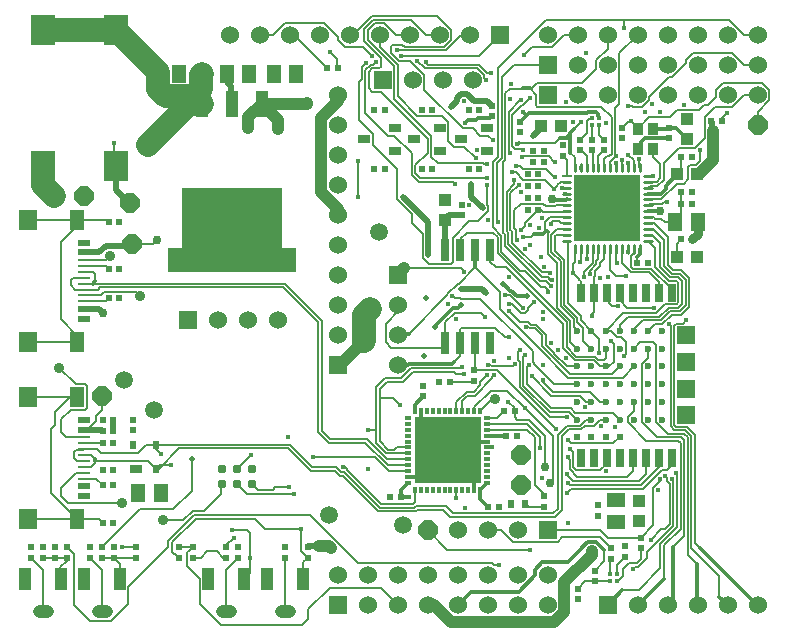
<source format=gbr>
G04 EAGLE Gerber RS-274X export*
G75*
%MOMM*%
%FSLAX34Y34*%
%LPD*%
%INTop Copper*%
%IPPOS*%
%AMOC8*
5,1,8,0,0,1.08239X$1,22.5*%
G01*
%ADD10R,0.600000X0.500000*%
%ADD11R,0.500000X0.600000*%
%ADD12R,1.000000X0.700000*%
%ADD13R,0.600000X0.700000*%
%ADD14R,0.700000X1.500000*%
%ADD15R,0.711200X1.498600*%
%ADD16C,0.600000*%
%ADD17C,0.609600*%
%ADD18R,0.600000X0.600000*%
%ADD19R,1.500000X1.500000*%
%ADD20C,0.787400*%
%ADD21R,0.900000X0.280000*%
%ADD22C,0.280000*%
%ADD23R,5.600000X5.600000*%
%ADD24R,0.800000X1.900000*%
%ADD25R,2.000000X2.500000*%
%ADD26R,0.400000X0.400000*%
%ADD27R,1.000000X0.800000*%
%ADD28R,1.100000X0.500000*%
%ADD29R,1.100000X0.250000*%
%ADD30R,1.200000X1.700000*%
%ADD31R,1.500000X1.700000*%
%ADD32R,1.000000X1.900000*%
%ADD33C,1.100000*%
%ADD34R,0.500000X0.800000*%
%ADD35R,1.300000X1.500000*%
%ADD36R,1.500000X1.300000*%
%ADD37R,1.000000X1.100000*%
%ADD38R,1.100000X1.000000*%
%ADD39R,1.070000X2.160000*%
%ADD40R,0.635000X1.270000*%
%ADD41R,0.900000X1.000000*%
%ADD42R,0.550000X0.300000*%
%ADD43R,0.300000X0.550000*%
%ADD44R,1.530000X1.530000*%
%ADD45C,1.530000*%
%ADD46P,1.759533X8X22.500000*%
%ADD47C,0.900000*%
%ADD48C,0.403200*%
%ADD49C,0.300000*%
%ADD50C,0.150000*%
%ADD51C,0.200000*%
%ADD52C,0.800000*%
%ADD53C,1.000000*%
%ADD54C,0.750000*%
%ADD55C,2.000000*%
%ADD56C,0.500000*%
%ADD57C,1.500000*%
%ADD58C,0.503200*%

G36*
X244008Y307802D02*
X244008Y307802D01*
X244017Y307801D01*
X244105Y307822D01*
X244195Y307840D01*
X244202Y307845D01*
X244210Y307847D01*
X244283Y307901D01*
X244359Y307953D01*
X244363Y307960D01*
X244370Y307965D01*
X244417Y308043D01*
X244466Y308120D01*
X244467Y308129D01*
X244472Y308136D01*
X244499Y308300D01*
X244499Y327400D01*
X244498Y327408D01*
X244499Y327417D01*
X244478Y327505D01*
X244460Y327595D01*
X244455Y327602D01*
X244453Y327610D01*
X244399Y327683D01*
X244347Y327759D01*
X244340Y327763D01*
X244335Y327770D01*
X244257Y327817D01*
X244180Y327866D01*
X244171Y327867D01*
X244164Y327872D01*
X244000Y327899D01*
X232149Y327899D01*
X232149Y378200D01*
X232148Y378206D01*
X232149Y378212D01*
X232148Y378214D01*
X232149Y378217D01*
X232128Y378305D01*
X232110Y378395D01*
X232105Y378402D01*
X232103Y378410D01*
X232049Y378483D01*
X231997Y378559D01*
X231990Y378563D01*
X231985Y378570D01*
X231907Y378617D01*
X231830Y378666D01*
X231821Y378667D01*
X231814Y378672D01*
X231650Y378699D01*
X148350Y378699D01*
X148342Y378698D01*
X148333Y378699D01*
X148245Y378678D01*
X148155Y378660D01*
X148148Y378655D01*
X148140Y378653D01*
X148067Y378599D01*
X147991Y378547D01*
X147987Y378540D01*
X147980Y378535D01*
X147933Y378457D01*
X147884Y378380D01*
X147883Y378371D01*
X147878Y378364D01*
X147851Y378200D01*
X147851Y327899D01*
X136000Y327899D01*
X135992Y327898D01*
X135983Y327899D01*
X135895Y327878D01*
X135805Y327860D01*
X135798Y327855D01*
X135790Y327853D01*
X135717Y327799D01*
X135641Y327747D01*
X135637Y327740D01*
X135630Y327735D01*
X135583Y327657D01*
X135534Y327580D01*
X135533Y327571D01*
X135528Y327564D01*
X135501Y327400D01*
X135501Y308300D01*
X135502Y308292D01*
X135501Y308283D01*
X135522Y308195D01*
X135540Y308105D01*
X135545Y308098D01*
X135547Y308090D01*
X135601Y308017D01*
X135653Y307941D01*
X135660Y307937D01*
X135665Y307930D01*
X135743Y307883D01*
X135820Y307834D01*
X135829Y307833D01*
X135836Y307828D01*
X136000Y307801D01*
X244000Y307801D01*
X244008Y307802D01*
G37*
D10*
X80500Y173000D03*
X89500Y173000D03*
X80500Y140000D03*
X89500Y140000D03*
X89500Y182000D03*
X80500Y182000D03*
D11*
X106000Y173500D03*
X106000Y182500D03*
D12*
X108500Y141000D03*
D13*
X125500Y141000D03*
X125500Y161000D03*
X106500Y161000D03*
D14*
X562300Y290000D03*
X551300Y290000D03*
X540300Y290000D03*
X529300Y290000D03*
X518300Y290000D03*
X507300Y290000D03*
X496300Y290000D03*
X485300Y290000D03*
D15*
X485300Y150000D03*
X496300Y150000D03*
X507300Y150000D03*
X518300Y150000D03*
X529300Y150000D03*
X540300Y150000D03*
X551300Y150000D03*
X562300Y150000D03*
D16*
X554300Y242500D03*
X542300Y242500D03*
X530300Y242500D03*
X518300Y242500D03*
X506300Y242500D03*
X494300Y242500D03*
X482300Y242500D03*
X554300Y227500D03*
X542300Y227500D03*
X530300Y227500D03*
X518300Y227500D03*
X506300Y227500D03*
X494300Y227500D03*
X482300Y227500D03*
X554300Y212500D03*
X542300Y212500D03*
X530300Y212500D03*
X518300Y212500D03*
X506300Y212500D03*
X494300Y212500D03*
X482300Y212500D03*
X554300Y197500D03*
X542300Y197500D03*
X530300Y197500D03*
X518300Y197500D03*
X506300Y197500D03*
X494300Y197500D03*
X482300Y197500D03*
X554300Y182500D03*
X542300Y182500D03*
X530300Y182500D03*
X518300Y182500D03*
X506300Y182500D03*
X494300Y182500D03*
X482300Y182500D03*
D17*
X518300Y167500D03*
X506300Y167500D03*
X494300Y167500D03*
D18*
X482300Y167500D03*
D19*
X574300Y253750D03*
X574300Y231250D03*
X574300Y208750D03*
X574300Y186250D03*
D16*
X554300Y257500D03*
X542300Y257500D03*
X530300Y257500D03*
X518300Y257500D03*
X506300Y257500D03*
X494300Y257500D03*
X482300Y257500D03*
D11*
X499600Y110000D03*
X499600Y101000D03*
X470000Y405500D03*
X470000Y414500D03*
D10*
X570500Y335000D03*
X579500Y335000D03*
X570500Y405000D03*
X579500Y405000D03*
X445100Y410200D03*
X454100Y410200D03*
X445100Y400200D03*
X454100Y400200D03*
X440500Y390000D03*
X449500Y390000D03*
X440500Y380000D03*
X449500Y380000D03*
X440500Y370000D03*
X449500Y370000D03*
X570500Y375000D03*
X579500Y375000D03*
D18*
X570500Y365000D03*
X579500Y365000D03*
X536000Y82500D03*
X536000Y73500D03*
X523000Y75500D03*
X523000Y66500D03*
X511000Y73500D03*
X511000Y64500D03*
X505000Y410500D03*
X505000Y419500D03*
X485000Y410500D03*
X485000Y419500D03*
X495000Y410500D03*
X495000Y419500D03*
X395000Y224500D03*
X395000Y215500D03*
X454260Y108380D03*
X454260Y117380D03*
X429300Y189800D03*
X420300Y189800D03*
D10*
X333000Y116900D03*
X324000Y116900D03*
X422100Y168700D03*
X431100Y168700D03*
X407000Y108100D03*
X416000Y108100D03*
D11*
X351900Y202000D03*
X351900Y211000D03*
D20*
X207100Y140550D03*
X207100Y127850D03*
X194400Y140550D03*
X194400Y127850D03*
X181700Y140550D03*
X181700Y127850D03*
D21*
X473300Y388800D03*
D22*
X470200Y383800D02*
X476400Y383800D01*
X476400Y378800D02*
X470200Y378800D01*
X470200Y373800D02*
X476400Y373800D01*
X476400Y368800D02*
X470200Y368800D01*
X470200Y363800D02*
X476400Y363800D01*
X476400Y358800D02*
X470200Y358800D01*
X470200Y353800D02*
X476400Y353800D01*
X476400Y348800D02*
X470200Y348800D01*
X470200Y343800D02*
X476400Y343800D01*
X476400Y338800D02*
X470200Y338800D01*
X470200Y333800D02*
X476400Y333800D01*
X480300Y329900D02*
X480300Y323700D01*
X485300Y323700D02*
X485300Y329900D01*
X490300Y329900D02*
X490300Y323700D01*
X495300Y323700D02*
X495300Y329900D01*
X500300Y329900D02*
X500300Y323700D01*
X505300Y323700D02*
X505300Y329900D01*
X510300Y329900D02*
X510300Y323700D01*
X515300Y323700D02*
X515300Y329900D01*
X520300Y329900D02*
X520300Y323700D01*
X525300Y323700D02*
X525300Y329900D01*
X530300Y329900D02*
X530300Y323700D01*
X535300Y323700D02*
X535300Y329900D01*
X539200Y333800D02*
X545400Y333800D01*
X545400Y338800D02*
X539200Y338800D01*
X539200Y343800D02*
X545400Y343800D01*
X545400Y348800D02*
X539200Y348800D01*
X539200Y353800D02*
X545400Y353800D01*
X545400Y358800D02*
X539200Y358800D01*
X539200Y363800D02*
X545400Y363800D01*
X545400Y368800D02*
X539200Y368800D01*
X539200Y373800D02*
X545400Y373800D01*
X545400Y378800D02*
X539200Y378800D01*
X539200Y383800D02*
X545400Y383800D01*
X545400Y388800D02*
X539200Y388800D01*
X535300Y392700D02*
X535300Y398900D01*
X530300Y398900D02*
X530300Y392700D01*
X525300Y392700D02*
X525300Y398900D01*
X520300Y398900D02*
X520300Y392700D01*
X515300Y392700D02*
X515300Y398900D01*
X510300Y398900D02*
X510300Y392700D01*
X505300Y392700D02*
X505300Y398900D01*
X500300Y398900D02*
X500300Y392700D01*
X495300Y392700D02*
X495300Y398900D01*
X490300Y398900D02*
X490300Y392700D01*
X485300Y392700D02*
X485300Y398900D01*
X480300Y398900D02*
X480300Y392700D01*
D23*
X507800Y361300D03*
D18*
X449500Y360000D03*
X440500Y360000D03*
X80000Y65500D03*
X80000Y74500D03*
D24*
X370750Y247300D03*
X383450Y247300D03*
X396150Y247300D03*
X408850Y247300D03*
X408850Y326300D03*
X396150Y326300D03*
X383450Y326300D03*
X370750Y326300D03*
D18*
X254000Y65500D03*
X254000Y74500D03*
X30000Y65500D03*
X30000Y74500D03*
D10*
X350500Y394600D03*
X359500Y394600D03*
X359500Y444600D03*
X350500Y444600D03*
X399500Y444600D03*
X390500Y444600D03*
X390500Y394600D03*
X399500Y394600D03*
X310500Y394600D03*
X319500Y394600D03*
X319500Y444600D03*
X310500Y444600D03*
D18*
X185000Y65500D03*
X185000Y74500D03*
X145000Y65500D03*
X145000Y74500D03*
X157000Y65500D03*
X157000Y74500D03*
D25*
X30000Y397500D03*
X92000Y397500D03*
X92000Y512500D03*
X30000Y512500D03*
D26*
X516000Y46000D03*
X516000Y52000D03*
X510000Y52000D03*
X510000Y46000D03*
X494754Y438128D03*
X494754Y432128D03*
X500754Y432128D03*
X500754Y438128D03*
D27*
X366000Y410100D03*
X366000Y429100D03*
X344000Y419600D03*
X406000Y410100D03*
X406000Y429100D03*
X384000Y419600D03*
D28*
X64500Y182000D03*
X64500Y174000D03*
D29*
X64500Y162500D03*
X64500Y152500D03*
X64500Y147500D03*
X64500Y137500D03*
D28*
X64500Y118000D03*
X64500Y126000D03*
D29*
X64500Y132500D03*
X64500Y142500D03*
X64500Y157500D03*
X64500Y167500D03*
D30*
X59000Y201500D03*
D31*
X17000Y201500D03*
X17000Y98500D03*
D30*
X59000Y98500D03*
D28*
X64500Y332000D03*
X64500Y324000D03*
D29*
X64500Y312500D03*
X64500Y302500D03*
X64500Y297500D03*
X64500Y287500D03*
D28*
X64500Y268000D03*
X64500Y276000D03*
D29*
X64500Y282500D03*
X64500Y292500D03*
X64500Y307500D03*
X64500Y317500D03*
D30*
X59000Y351500D03*
D31*
X17000Y351500D03*
X17000Y248500D03*
D30*
X59000Y248500D03*
D18*
X89500Y163000D03*
X80500Y163000D03*
X89500Y127000D03*
X80500Y127000D03*
X94500Y285000D03*
X85500Y285000D03*
X94500Y310000D03*
X85500Y310000D03*
X94500Y350000D03*
X85500Y350000D03*
X89500Y95000D03*
X80500Y95000D03*
D11*
X560000Y429500D03*
X560000Y420500D03*
D18*
X520000Y429500D03*
X520000Y420500D03*
D32*
X220000Y47500D03*
X250000Y47500D03*
D33*
X238500Y20000D02*
X231500Y20000D01*
D32*
X15000Y47500D03*
X45000Y47500D03*
D33*
X33500Y20000D02*
X26500Y20000D01*
D32*
X65000Y47500D03*
X95000Y47500D03*
D33*
X83500Y20000D02*
X76500Y20000D01*
D32*
X170000Y47500D03*
X200000Y47500D03*
D33*
X188500Y20000D02*
X181500Y20000D01*
D18*
X235000Y74500D03*
X235000Y65500D03*
X20000Y74500D03*
X20000Y65500D03*
X195000Y74500D03*
X195000Y65500D03*
X70000Y74500D03*
X70000Y65500D03*
D34*
X426500Y111020D03*
X438500Y111020D03*
D35*
X129500Y120000D03*
X110500Y120000D03*
X185500Y475000D03*
X204500Y475000D03*
D36*
X515000Y114500D03*
X515000Y95500D03*
D35*
X565500Y349800D03*
X584500Y349800D03*
D11*
X40000Y65500D03*
X40000Y74500D03*
X90000Y65500D03*
X90000Y74500D03*
X385000Y355500D03*
X385000Y364500D03*
D18*
X604500Y435000D03*
X595500Y435000D03*
D37*
X451500Y430700D03*
X468500Y430700D03*
D38*
X535000Y113500D03*
X535000Y96500D03*
X370000Y351500D03*
X370000Y368500D03*
X575400Y420000D03*
X575400Y437000D03*
D37*
X566500Y320000D03*
X583500Y320000D03*
X566500Y390000D03*
X583500Y390000D03*
D39*
X215400Y450000D03*
X190000Y450000D03*
X164600Y450000D03*
D40*
X190000Y350000D03*
D35*
X244500Y475000D03*
X225500Y475000D03*
D27*
X328000Y410100D03*
X328000Y429100D03*
X302000Y419600D03*
D41*
X533500Y428500D03*
X533500Y411500D03*
X546500Y411500D03*
X546500Y428500D03*
D42*
X406250Y128800D03*
X406250Y133800D03*
X406250Y138800D03*
X406250Y143800D03*
X406250Y148800D03*
X406250Y153800D03*
X406250Y158800D03*
X406250Y163800D03*
X406250Y168800D03*
X406250Y173800D03*
X406250Y178800D03*
X406250Y183800D03*
D43*
X400000Y190050D03*
X395000Y190050D03*
X390000Y190050D03*
X385000Y190050D03*
X380000Y190050D03*
X375000Y190050D03*
X370000Y190050D03*
X365000Y190050D03*
X360000Y190050D03*
X355000Y190050D03*
X350000Y190050D03*
X345000Y190050D03*
D42*
X338750Y183800D03*
X338750Y178800D03*
X338750Y173800D03*
X338750Y168800D03*
X338750Y163800D03*
X338750Y158800D03*
X338750Y153800D03*
X338750Y148800D03*
X338750Y143800D03*
X338750Y138800D03*
X338750Y133800D03*
X338750Y128800D03*
D43*
X345000Y122550D03*
X350000Y122550D03*
X355000Y122550D03*
X360000Y122550D03*
X365000Y122550D03*
X370000Y122550D03*
X375000Y122550D03*
X380000Y122550D03*
X385000Y122550D03*
X390000Y122550D03*
X395000Y122550D03*
X400000Y122550D03*
D23*
X372500Y156300D03*
D10*
X533200Y315100D03*
X542200Y315100D03*
D44*
X457200Y482600D03*
D45*
X457200Y508000D03*
X482600Y482600D03*
X482600Y508000D03*
X508000Y482600D03*
X508000Y508000D03*
X533400Y482600D03*
X533400Y508000D03*
X558800Y482600D03*
X558800Y508000D03*
X584200Y482600D03*
X584200Y508000D03*
X609600Y482600D03*
X609600Y508000D03*
X635000Y482600D03*
X635000Y508000D03*
D44*
X279400Y25400D03*
D45*
X279400Y50800D03*
X304800Y25400D03*
X304800Y50800D03*
X330200Y25400D03*
X330200Y50800D03*
X355600Y25400D03*
X355600Y50800D03*
X381000Y25400D03*
X381000Y50800D03*
X406400Y25400D03*
X406400Y50800D03*
X431800Y25400D03*
X431800Y50800D03*
X457200Y25400D03*
X457200Y50800D03*
D44*
X416560Y508000D03*
D45*
X391160Y508000D03*
X365760Y508000D03*
X340360Y508000D03*
X314960Y508000D03*
X289560Y508000D03*
X264160Y508000D03*
X238760Y508000D03*
X213360Y508000D03*
X187960Y508000D03*
D44*
X457200Y457200D03*
D45*
X482600Y457200D03*
X508000Y457200D03*
X533400Y457200D03*
X558800Y457200D03*
X584200Y457200D03*
X609600Y457200D03*
X635000Y457200D03*
D44*
X508000Y25400D03*
D45*
X533400Y25400D03*
X558800Y25400D03*
X584200Y25400D03*
X609600Y25400D03*
X635000Y25400D03*
D44*
X330200Y304800D03*
D45*
X330200Y279400D03*
X330200Y254000D03*
X330200Y228600D03*
D44*
X152400Y266700D03*
D45*
X177800Y266700D03*
X203200Y266700D03*
X228600Y266700D03*
D44*
X317500Y469900D03*
D45*
X342900Y469900D03*
X368300Y469900D03*
X393700Y469900D03*
D18*
X50000Y74500D03*
X50000Y65500D03*
X109000Y74500D03*
X109000Y65500D03*
X374600Y214200D03*
X365600Y214200D03*
X497000Y45500D03*
X497000Y54500D03*
D11*
X482600Y39300D03*
X482600Y30300D03*
X434000Y434500D03*
X434000Y425500D03*
D18*
X409800Y439100D03*
X409800Y448100D03*
D44*
X457200Y88900D03*
D45*
X431800Y88900D03*
X406400Y88900D03*
X381000Y88900D03*
D46*
X434340Y152400D03*
X434340Y127000D03*
X103900Y366200D03*
X355600Y88900D03*
X105100Y331400D03*
X80000Y202100D03*
X635000Y431800D03*
D47*
X43300Y226500D03*
X96600Y111500D03*
X86600Y320800D03*
X112300Y286800D03*
X132000Y97000D03*
X413000Y200000D03*
D44*
X279400Y228600D03*
D45*
X279400Y254000D03*
X279400Y279400D03*
X279400Y304800D03*
X279400Y330200D03*
X279400Y355600D03*
X279400Y381000D03*
X279400Y406400D03*
X279400Y431800D03*
X279400Y457200D03*
D46*
X39300Y372000D03*
X64700Y372000D03*
D35*
X164500Y475000D03*
X145500Y475000D03*
D18*
X270500Y480000D03*
X279500Y480000D03*
D48*
X94200Y350200D03*
X64600Y332000D03*
X94800Y310000D03*
X94600Y285200D03*
X64600Y268200D03*
X65000Y182000D03*
X80600Y181800D03*
X106200Y182600D03*
X89600Y163000D03*
X89600Y140000D03*
X89800Y126800D03*
X64400Y117800D03*
X108800Y141000D03*
X110800Y120000D03*
X89600Y95000D03*
X20000Y74600D03*
X40000Y74600D03*
X70000Y74400D03*
X90000Y74400D03*
X15200Y47600D03*
X65200Y47200D03*
X170000Y47400D03*
X220200Y47400D03*
X235000Y74600D03*
X195000Y74400D03*
X181800Y140600D03*
X352000Y177000D03*
X362000Y177000D03*
X372000Y177000D03*
X382000Y177000D03*
X392000Y177000D03*
X392000Y167000D03*
X382000Y167000D03*
X372000Y167000D03*
X362000Y167000D03*
X352000Y167000D03*
X352000Y157000D03*
X362000Y157000D03*
X372000Y157000D03*
X382000Y157000D03*
X392000Y157000D03*
X392000Y147000D03*
X382000Y147000D03*
X372000Y147000D03*
X362000Y147000D03*
X352000Y147000D03*
X352000Y137000D03*
X362000Y137000D03*
X372000Y137000D03*
X382000Y137000D03*
X392000Y137000D03*
X488000Y382000D03*
X498000Y382000D03*
X508000Y382000D03*
X518000Y382000D03*
X528000Y382000D03*
X528000Y372000D03*
X518000Y372000D03*
X508000Y372000D03*
X498000Y372000D03*
X488000Y372000D03*
X488000Y362000D03*
X498000Y362000D03*
X508000Y362000D03*
X518000Y362000D03*
X528000Y362000D03*
X528000Y352000D03*
X518000Y352000D03*
X508000Y352000D03*
X498000Y352000D03*
X488000Y352000D03*
X488000Y342000D03*
X498000Y342000D03*
X508000Y342000D03*
X518000Y342000D03*
X528000Y342000D03*
X310400Y444600D03*
X350500Y444700D03*
X319300Y394600D03*
X327800Y410300D03*
X359400Y394400D03*
X366000Y410200D03*
X390300Y444400D03*
X406000Y410100D03*
X399800Y394400D03*
X454100Y410100D03*
X454100Y400300D03*
X449500Y390100D03*
X449300Y379900D03*
X449300Y370100D03*
X470100Y414600D03*
X533400Y411300D03*
X559900Y420500D03*
X579500Y404900D03*
X579300Y375000D03*
X584500Y350200D03*
X579400Y335000D03*
X574500Y253800D03*
X574400Y231300D03*
X574400Y208600D03*
X574500Y185600D03*
X554500Y242500D03*
X554300Y227600D03*
X554200Y212500D03*
X554300Y197500D03*
X496200Y149500D03*
X514600Y95700D03*
D49*
X348800Y133800D02*
X338750Y133800D01*
D50*
X348800Y133800D02*
X352000Y137000D01*
D49*
X394300Y130600D02*
X395000Y129900D01*
X395000Y122550D01*
X399900Y163800D02*
X406250Y163800D01*
X399900Y163800D02*
X399600Y163500D01*
X350000Y183100D02*
X350000Y190050D01*
X350000Y183100D02*
X350200Y182900D01*
D48*
X379900Y115700D03*
D50*
X380000Y115800D02*
X380000Y122550D01*
X380000Y115800D02*
X379900Y115700D01*
D48*
X408600Y247300D03*
X385100Y364400D03*
X204700Y474900D03*
X225800Y474800D03*
X216200Y449900D03*
D50*
X94500Y350000D02*
X94400Y350000D01*
X94200Y350200D01*
X94500Y310000D02*
X94800Y310000D01*
X94600Y285100D02*
X94500Y285000D01*
X94600Y285100D02*
X94600Y285200D01*
X64600Y268100D02*
X64500Y268000D01*
X64600Y268100D02*
X64600Y268200D01*
X64500Y182000D02*
X65000Y182000D01*
X80500Y182000D02*
X80600Y181900D01*
X80600Y181800D01*
X106000Y182500D02*
X106100Y182600D01*
X106200Y182600D01*
X89600Y163000D02*
X89500Y163000D01*
X64500Y118000D02*
X64500Y117900D01*
X64400Y117800D01*
X89500Y127000D02*
X89600Y127000D01*
X89800Y126800D01*
X89600Y140000D02*
X89500Y140000D01*
X108500Y141000D02*
X108800Y141000D01*
X110500Y120000D02*
X110800Y120000D01*
X89600Y95000D02*
X89500Y95000D01*
X15100Y47500D02*
X15000Y47500D01*
X15100Y47500D02*
X15200Y47600D01*
X20000Y74500D02*
X20000Y74600D01*
X40000Y74500D02*
X40000Y74600D01*
X65000Y47500D02*
X65200Y47300D01*
X65200Y47200D01*
X70000Y74400D02*
X70000Y74500D01*
X90000Y74500D02*
X90000Y74400D01*
X170000Y47500D02*
X170000Y47400D01*
X195000Y74400D02*
X195000Y74500D01*
X220000Y47500D02*
X220100Y47400D01*
X220200Y47400D01*
X235000Y74500D02*
X235000Y74600D01*
X181700Y140550D02*
X181750Y140600D01*
X181800Y140600D01*
X514800Y95500D02*
X515000Y95500D01*
X514800Y95500D02*
X514600Y95700D01*
X496300Y149600D02*
X496300Y150000D01*
X496300Y149600D02*
X496200Y149500D01*
X574300Y185800D02*
X574300Y186250D01*
X574300Y185800D02*
X574500Y185600D01*
X574300Y208700D02*
X574300Y208750D01*
X574300Y208700D02*
X574400Y208600D01*
X574300Y231250D02*
X574350Y231300D01*
X574400Y231300D01*
X554300Y212500D02*
X554200Y212500D01*
X554300Y227500D02*
X554300Y227600D01*
X554300Y242500D02*
X554500Y242500D01*
X574300Y253750D02*
X574350Y253800D01*
X574500Y253800D01*
X579400Y335000D02*
X579500Y335000D01*
X584500Y349800D02*
X584500Y350200D01*
X579500Y375000D02*
X579300Y375000D01*
X579500Y404900D02*
X579500Y405000D01*
X560000Y420500D02*
X559900Y420500D01*
X533500Y411500D02*
X533400Y411400D01*
X533400Y411300D01*
X470100Y414600D02*
X470000Y414500D01*
X449500Y370000D02*
X449400Y370000D01*
X449300Y370100D01*
X449400Y380000D02*
X449500Y380000D01*
X449400Y380000D02*
X449300Y379900D01*
X449500Y390000D02*
X449500Y390100D01*
X454100Y400200D02*
X454100Y400300D01*
X454100Y410100D02*
X454100Y410200D01*
X408850Y247300D02*
X408600Y247300D01*
X385100Y364400D02*
X385000Y364500D01*
X399500Y394600D02*
X399600Y394600D01*
X399800Y394400D01*
X359500Y394600D02*
X359400Y394500D01*
X359400Y394400D01*
X366000Y410100D02*
X366000Y410200D01*
X328000Y410100D02*
X327800Y410300D01*
X319500Y394600D02*
X319300Y394600D01*
X390300Y444400D02*
X390500Y444600D01*
X350500Y444600D02*
X350500Y444700D01*
X310500Y444600D02*
X310400Y444600D01*
X216100Y450000D02*
X215400Y450000D01*
X216100Y450000D02*
X216200Y449900D01*
X225500Y475000D02*
X225600Y475000D01*
X225800Y474800D01*
X204600Y475000D02*
X204500Y475000D01*
X204600Y475000D02*
X204700Y474900D01*
X64600Y332000D02*
X64500Y332000D01*
D51*
X372500Y156300D02*
X383200Y167000D01*
X392000Y167000D01*
X379700Y163500D02*
X372500Y156300D01*
X379700Y163500D02*
X399600Y163500D01*
X372500Y156300D02*
X350200Y178600D01*
X350200Y182900D01*
X372500Y156300D02*
X394300Y134500D01*
X394300Y130600D01*
D52*
X584300Y339800D02*
X584300Y349600D01*
X584300Y339800D02*
X579500Y335000D01*
D53*
X584300Y349600D02*
X584500Y349800D01*
D48*
X352000Y211100D03*
X431200Y168700D03*
X416000Y108200D03*
X323900Y116900D03*
D49*
X431100Y168700D02*
X431200Y168700D01*
X416000Y108200D02*
X416000Y108100D01*
D51*
X324000Y116900D02*
X323900Y116900D01*
D48*
X542100Y315100D03*
D51*
X352000Y211100D02*
X351900Y211000D01*
D48*
X499600Y101000D03*
D50*
X542100Y315100D02*
X542200Y315100D01*
X507800Y361300D02*
X507800Y361800D01*
X508000Y362000D01*
D48*
X482600Y30300D03*
X434000Y425600D03*
D50*
X434000Y425500D01*
D49*
X533500Y411500D02*
X536500Y414500D01*
X536500Y417150D01*
X539850Y420500D01*
X560000Y420500D01*
D54*
X203800Y429200D03*
X229100Y428200D03*
X253400Y450100D03*
D53*
X215400Y450000D02*
X203800Y438400D01*
X203800Y429200D01*
X215400Y450000D02*
X229100Y436300D01*
X229100Y428200D01*
X215400Y450000D02*
X253300Y450000D01*
X253400Y450100D01*
D55*
X39300Y372000D02*
X30000Y381300D01*
X30000Y397500D01*
D48*
X546000Y449500D03*
X142000Y479000D03*
X149000Y479000D03*
X149000Y471000D03*
X142000Y471000D03*
X146000Y475000D03*
D50*
X145500Y475000D01*
D48*
X80500Y140000D03*
X64600Y126100D03*
X129600Y119900D03*
X106500Y161200D03*
X106100Y173500D03*
X80500Y173000D03*
D51*
X106000Y173500D02*
X106100Y173500D01*
X106500Y161200D02*
X106500Y161000D01*
X129500Y120000D02*
X129600Y119900D01*
X64600Y126100D02*
X64500Y126000D01*
D50*
X64500Y174000D02*
X65750Y175250D01*
X68932Y175250D01*
X80000Y190182D02*
X80000Y202100D01*
X80000Y190182D02*
X75250Y185432D01*
X75250Y181568D02*
X68932Y175250D01*
X75250Y181568D02*
X75250Y185432D01*
D56*
X79500Y174000D02*
X64500Y174000D01*
X79500Y174000D02*
X80500Y173000D01*
D48*
X30000Y74600D03*
X207100Y140500D03*
X254000Y74500D03*
X426500Y111020D03*
X534700Y96600D03*
X583500Y320300D03*
X583100Y390300D03*
X595300Y434900D03*
X520100Y420500D03*
X369900Y368400D03*
X350400Y394600D03*
X341600Y419700D03*
X327400Y429300D03*
D51*
X30000Y74600D02*
X30000Y74500D01*
X534900Y96600D02*
X535000Y96500D01*
X534900Y96600D02*
X534700Y96600D01*
X207100Y140500D02*
X207100Y140550D01*
X595400Y435000D02*
X595500Y435000D01*
X595400Y435000D02*
X595300Y434900D01*
X583500Y390000D02*
X583400Y390000D01*
X583100Y390300D01*
X583500Y320300D02*
X583500Y320000D01*
X344000Y419600D02*
X341900Y419700D01*
X341600Y419700D01*
X327800Y429300D02*
X327400Y429300D01*
X370000Y368500D02*
X369900Y368400D01*
D48*
X319500Y444700D03*
D51*
X520000Y420500D02*
X520100Y420500D01*
D48*
X351900Y202100D03*
X407000Y108200D03*
X422200Y168700D03*
X395000Y215500D03*
D51*
X319500Y444600D02*
X319500Y444700D01*
X327800Y429300D02*
X328000Y429100D01*
D49*
X351900Y202000D02*
X345000Y195100D01*
X345000Y190050D01*
X406250Y168800D02*
X422000Y168800D01*
X422100Y168700D01*
X422200Y168700D01*
X400000Y115100D02*
X407000Y108100D01*
X400000Y115100D02*
X400000Y122550D01*
X406250Y128800D01*
X407000Y108200D02*
X407000Y108100D01*
X338750Y128800D02*
X333000Y123050D01*
D51*
X351900Y202000D02*
X351900Y202100D01*
X350500Y394600D02*
X350400Y394600D01*
D53*
X583500Y390000D02*
X584000Y390500D01*
X585453Y390500D01*
X597500Y402547D01*
X597500Y426808D01*
D56*
X596100Y428208D01*
X596100Y434400D02*
X595500Y435000D01*
X596100Y434400D02*
X596100Y428208D01*
D48*
X575400Y437000D03*
D53*
X471350Y19539D02*
X463061Y11250D01*
X360989Y25400D02*
X355600Y25400D01*
X360989Y25400D02*
X375139Y11250D01*
X463061Y11250D01*
X471350Y19539D02*
X471350Y44750D01*
X494500Y67900D02*
X494500Y70900D01*
D54*
X494500Y70900D03*
D53*
X494500Y67900D02*
X471350Y44750D01*
D54*
X273800Y73500D03*
D53*
X272300Y75000D01*
X263264Y75000D01*
D56*
X254500Y75000D01*
X254000Y74500D01*
D48*
X340100Y116900D03*
D49*
X333000Y116900D02*
X333000Y123050D01*
X333000Y116900D02*
X340100Y116900D01*
D50*
X374600Y214200D02*
X393700Y214200D01*
X395000Y215500D01*
X279500Y480000D02*
X279000Y480500D01*
X279000Y488028D02*
X273194Y493834D01*
D48*
X273194Y493834D03*
D50*
X279000Y488028D02*
X279000Y480500D01*
D51*
X562300Y150000D02*
X561056Y148756D01*
X561056Y142571D01*
X558492Y140007D01*
X554107Y140007D01*
X537700Y123600D01*
X477000Y123600D02*
X473700Y120300D01*
D48*
X473700Y120300D03*
D54*
X459134Y129100D03*
D51*
X395000Y192836D02*
X409164Y207000D01*
X395000Y192836D02*
X395000Y190050D01*
X477000Y123600D02*
X537700Y123600D01*
X438250Y191850D02*
X423100Y207000D01*
X438250Y191850D02*
X461734Y168366D01*
X423100Y207000D02*
X409164Y207000D01*
D50*
X461734Y168366D02*
X461734Y131700D01*
X459134Y129100D01*
D48*
X438250Y191850D03*
D51*
X551256Y149956D02*
X551300Y150000D01*
X536256Y127107D02*
X476007Y127107D01*
X474407Y128707D01*
X551256Y142106D02*
X551256Y149956D01*
X551256Y142106D02*
X536256Y127107D01*
D48*
X474407Y128707D03*
D54*
X455334Y142600D03*
D51*
X441150Y182300D02*
X431500Y182300D01*
X429300Y184500D01*
X429300Y189800D01*
X441150Y182300D02*
X455250Y168200D01*
X455334Y142800D02*
X455334Y142600D01*
X455334Y142800D02*
X455250Y142884D01*
X455250Y168200D01*
D48*
X424000Y197300D03*
D50*
X429300Y192000D01*
X429300Y189800D01*
D48*
X302100Y419400D03*
X310200Y394600D03*
D57*
X306500Y276200D03*
X314600Y340900D03*
D51*
X310500Y394600D02*
X310200Y394600D01*
X302100Y419500D02*
X302000Y419600D01*
X302100Y419500D02*
X302100Y419400D01*
D49*
X491186Y78900D02*
X497814Y78900D01*
X491186Y78900D02*
X486500Y74214D01*
X486500Y73400D01*
X497814Y78900D02*
X505000Y71714D01*
X452789Y61450D02*
X446550Y55211D01*
X452789Y61450D02*
X474550Y61450D01*
X446550Y55211D02*
X446550Y50489D01*
X432861Y36800D01*
X392400Y36800D02*
X381000Y25400D01*
X474550Y61450D02*
X486500Y73400D01*
X432861Y36800D02*
X392400Y36800D01*
D55*
X301550Y271250D02*
X306500Y276200D01*
X301550Y271250D02*
X301550Y249068D01*
D50*
X505000Y71714D02*
X505000Y62500D01*
X497000Y54500D01*
D56*
X409800Y448100D02*
X405800Y452100D01*
X395008Y452100D01*
X388792Y458316D02*
X383808Y458316D01*
X380284Y454792D01*
X380284Y452284D01*
X375300Y447300D01*
X375400Y447200D01*
D58*
X375400Y447200D03*
D56*
X388792Y458316D02*
X395008Y452100D01*
D53*
X301550Y249068D02*
X281082Y228600D01*
X279400Y228600D01*
D48*
X494400Y167500D03*
X452312Y133300D03*
D50*
X494300Y167500D02*
X494400Y167500D01*
D48*
X506300Y167400D03*
X506788Y138855D03*
X442317Y72117D03*
D50*
X506300Y167400D02*
X506300Y167500D01*
X442317Y72117D02*
X372383Y72117D01*
X355600Y88900D01*
X560800Y93771D02*
X560800Y127978D01*
D48*
X557002Y135034D03*
D50*
X560800Y93771D02*
X556515Y89485D01*
X558268Y130510D02*
X558268Y133768D01*
X557002Y135034D01*
X558268Y130510D02*
X560800Y127978D01*
D48*
X554300Y182500D03*
X523000Y75600D03*
D50*
X523000Y75500D01*
X553485Y89485D02*
X556515Y89485D01*
X553485Y89485D02*
X544500Y80500D01*
D48*
X544500Y80500D03*
X552394Y131818D03*
X542300Y227600D03*
D50*
X542300Y227500D01*
X552394Y131818D02*
X552394Y130427D01*
X546534Y124567D01*
X536000Y82500D02*
X508000Y82500D01*
X501600Y88900D02*
X457200Y88900D01*
X501600Y88900D02*
X508000Y82500D01*
X536000Y82500D02*
X546534Y93034D01*
X546534Y124567D01*
D48*
X399500Y444600D03*
X406300Y429200D03*
X469000Y430600D03*
X579600Y365200D03*
D51*
X579500Y365100D02*
X579500Y365000D01*
X579500Y365100D02*
X579600Y365200D01*
X406381Y429119D02*
X406000Y429100D01*
X406300Y429200D02*
X406381Y429119D01*
D50*
X468500Y430700D02*
X468600Y430600D01*
X469000Y430600D01*
X451800Y360000D02*
X449500Y360000D01*
X451800Y360000D02*
X453200Y358600D01*
X473100Y358600D01*
X473300Y358800D01*
D48*
X434400Y342600D03*
D50*
X438293Y346493D01*
X438293Y348651D01*
X440792Y351150D01*
X440832Y351150D01*
X449500Y359818D01*
X449500Y360000D01*
D48*
X425516Y407951D03*
D50*
X425249Y407951D01*
X424300Y408900D01*
X424300Y443272D01*
D48*
X434300Y452800D03*
D50*
X433828Y452800D01*
X424300Y443272D01*
D48*
X359500Y444500D03*
X365900Y429100D03*
X384000Y419800D03*
X390400Y394600D03*
X533200Y315200D03*
D50*
X390500Y394600D02*
X390400Y394600D01*
D51*
X359500Y444500D02*
X359500Y444600D01*
X365900Y429100D02*
X366000Y429100D01*
X384000Y419800D02*
X384000Y419600D01*
D58*
X402200Y361200D03*
D56*
X392700Y370700D01*
X392700Y381532D02*
X392300Y381932D01*
D58*
X392300Y381932D03*
D56*
X392700Y381532D02*
X392700Y370700D01*
D49*
X535300Y326800D02*
X535300Y322477D01*
X532923Y320100D01*
D50*
X532923Y315377D02*
X533200Y315100D01*
X532923Y315377D02*
X532923Y320100D01*
X533200Y315200D02*
X533200Y315100D01*
D51*
X570500Y365000D02*
X570500Y375000D01*
X570500Y365000D02*
X570500Y354800D01*
X565500Y349800D01*
X556200Y349800D01*
X553550Y352450D01*
X548550Y352450D02*
X547000Y354000D01*
X542500Y354000D01*
X542300Y353800D01*
X548550Y352450D02*
X553550Y352450D01*
D48*
X490700Y318400D03*
D50*
X490700Y326400D02*
X490300Y326800D01*
X490700Y326400D02*
X490700Y318400D01*
X530300Y227500D02*
X520700Y217900D01*
X417100Y275800D02*
X417100Y290600D01*
X396150Y311550D01*
D49*
X396150Y325100D01*
D48*
X530400Y227500D03*
D50*
X396150Y325100D02*
X396150Y326300D01*
X530300Y227500D02*
X530400Y227500D01*
X396150Y311350D02*
X396150Y311550D01*
X449100Y243482D02*
X474682Y217900D01*
X449100Y243482D02*
X449100Y243800D01*
X417100Y275800D01*
X474682Y217900D02*
X520700Y217900D01*
D49*
X331500Y255300D02*
X330200Y254000D01*
X331500Y255300D02*
X340100Y255300D01*
D50*
X372434Y287634D01*
X372434Y288967D01*
X382366Y297566D02*
X396150Y311350D01*
X381033Y297566D02*
X372434Y288967D01*
X381033Y297566D02*
X382366Y297566D01*
X501725Y227500D02*
X506300Y227500D01*
X501725Y227500D02*
X496475Y232750D01*
X480383Y232750D01*
X422300Y311400D02*
X413200Y311400D01*
X408850Y315750D01*
X408850Y326300D01*
X470200Y242933D02*
X480383Y232750D01*
X470200Y242933D02*
X470200Y263500D01*
X422300Y311400D01*
X509225Y227500D02*
X513050Y231325D01*
X509225Y227500D02*
X506300Y227500D01*
X510900Y248700D02*
X511100Y248700D01*
D48*
X511100Y248700D03*
X409000Y326100D03*
D50*
X409000Y326150D02*
X408850Y326300D01*
X409000Y326150D02*
X409000Y326100D01*
X384200Y310800D02*
X335900Y310800D01*
X384200Y310800D02*
X386484Y308516D01*
X386484Y307717D01*
D48*
X386484Y307717D03*
D50*
X513050Y246550D02*
X513050Y231325D01*
X513050Y246550D02*
X510900Y248700D01*
D53*
X335900Y310500D02*
X330200Y304800D01*
X335900Y310500D02*
X335900Y310800D01*
D48*
X501566Y302000D03*
X484566Y316000D03*
D50*
X485300Y316734D01*
X485300Y326800D01*
D48*
X518300Y227500D03*
D50*
X511700Y220900D01*
D48*
X439200Y260800D03*
X424533Y252033D03*
D50*
X421333Y252033D01*
X413067Y260300D01*
X383450Y259150D02*
X383450Y247300D01*
X384600Y260300D02*
X413067Y260300D01*
X384600Y260300D02*
X383450Y259150D01*
X383450Y247300D02*
X383450Y236350D01*
X378350Y231250D01*
X475924Y220900D02*
X511700Y220900D01*
X475924Y220900D02*
X452100Y244724D01*
X452100Y253657D01*
X446190Y259567D02*
X442223Y259567D01*
X440990Y260800D01*
X439200Y260800D01*
X446190Y259567D02*
X452100Y253657D01*
D49*
X378350Y231250D02*
X376650Y229550D01*
X340223Y229550D01*
X339273Y228600D01*
X330200Y228600D01*
D48*
X493000Y306000D03*
D50*
X493000Y308275D01*
X498534Y313809D01*
X498534Y316534D01*
X500300Y318300D02*
X500300Y326800D01*
X500300Y318300D02*
X498534Y316534D01*
X443466Y262567D02*
X440633Y265400D01*
X433533Y265400D02*
X424516Y274417D01*
D48*
X424516Y274417D03*
X404184Y269466D03*
D50*
X370750Y264950D02*
X370750Y247300D01*
X433533Y265400D02*
X440633Y265400D01*
X378766Y272966D02*
X370750Y264950D01*
D48*
X482300Y227500D03*
X488200Y302800D03*
D50*
X495534Y325666D02*
X495300Y325900D01*
X495300Y326800D01*
X331200Y274800D02*
X320000Y263600D01*
X320000Y247900D01*
X324600Y243300D01*
X366750Y243300D01*
X370750Y247300D01*
X473567Y227500D02*
X482300Y227500D01*
X473567Y227500D02*
X463000Y238067D01*
X456043Y245342D02*
X456043Y253957D01*
X456043Y245342D02*
X463000Y238385D01*
X447433Y262567D02*
X443466Y262567D01*
X463000Y238385D02*
X463000Y238067D01*
X456043Y253957D02*
X447433Y262567D01*
X400684Y272966D02*
X378766Y272966D01*
X400684Y272966D02*
X404184Y269466D01*
D49*
X331200Y278400D02*
X330200Y279400D01*
X331200Y278400D02*
X331200Y274800D01*
D50*
X488200Y307718D02*
X495534Y315052D01*
X488200Y307718D02*
X488200Y302800D01*
X495534Y315052D02*
X495534Y325666D01*
D48*
X370900Y247000D03*
X365700Y214200D03*
D50*
X365600Y214200D01*
X370900Y247150D02*
X370750Y247300D01*
X370900Y247150D02*
X370900Y247000D01*
X473400Y243975D02*
X473400Y264772D01*
X415100Y323072D02*
X415100Y336732D01*
X411232Y340600D01*
X388900Y340600D01*
X383450Y335150D01*
X383450Y326300D01*
X415100Y323072D02*
X473400Y264772D01*
X497717Y235750D02*
X500234Y233234D01*
X505234Y233234D01*
X506700Y234700D01*
X506700Y242100D01*
X506300Y242500D01*
X481625Y235750D02*
X473400Y243975D01*
X481625Y235750D02*
X497717Y235750D01*
X396150Y225650D02*
X396150Y247300D01*
X396150Y225650D02*
X395000Y224500D01*
X492058Y162250D02*
X492106Y162202D01*
X513002Y162202D02*
X518300Y167500D01*
X513002Y162202D02*
X492106Y162202D01*
X477450Y162250D02*
X474400Y165300D01*
D48*
X474400Y165300D03*
X464633Y174067D03*
D50*
X414200Y224500D01*
X395000Y224500D01*
X477450Y162250D02*
X492058Y162250D01*
X440104Y173800D02*
X406250Y173800D01*
X440104Y173800D02*
X446468Y167436D01*
X446468Y127214D01*
X454260Y119422D02*
X454260Y117380D01*
X454260Y119422D02*
X446468Y127214D01*
X441140Y108380D02*
X454260Y108380D01*
X441140Y108380D02*
X438500Y111020D01*
X400000Y190050D02*
X409950Y200000D01*
X413000Y200000D01*
D48*
X411823Y231766D03*
X411732Y220234D03*
D50*
X410466Y218968D01*
X410466Y217541D01*
X395425Y202500D01*
X389343Y202500D01*
X385000Y198157D02*
X385000Y190050D01*
X385000Y198157D02*
X389343Y202500D01*
X529300Y150000D02*
X529300Y139100D01*
X524400Y134200D01*
X475800Y140757D02*
X475800Y148600D01*
X482357Y134200D02*
X524400Y134200D01*
X482357Y134200D02*
X475800Y140757D01*
X474400Y150000D02*
X474400Y150600D01*
D48*
X474400Y150600D03*
D50*
X474400Y150000D02*
X475800Y148600D01*
D48*
X407000Y228766D03*
X406200Y220234D03*
D50*
X400250Y214284D01*
X400250Y211568D01*
X394782Y206100D01*
X388700Y206100D01*
X380000Y197400D01*
X380000Y190050D01*
X512800Y188000D02*
X518300Y182500D01*
D48*
X441267Y228367D03*
X429434Y229074D03*
D50*
X410056Y227500D02*
X408790Y228766D01*
X407000Y228766D01*
X427860Y227500D02*
X429434Y229074D01*
X427860Y227500D02*
X410056Y227500D01*
X476964Y191820D02*
X480784Y188000D01*
X512800Y188000D01*
X476964Y191820D02*
X460123Y191820D01*
X439700Y212243D01*
X439700Y226800D01*
X441267Y228367D01*
X338750Y158800D02*
X338325Y158375D01*
X453004Y214514D02*
X461768Y205750D01*
X501725Y197500D02*
X506300Y197500D01*
X501725Y197500D02*
X493475Y205750D01*
X461768Y205750D01*
X453004Y214514D02*
X453004Y216204D01*
D48*
X453004Y216204D03*
X386484Y221068D03*
D50*
X380032Y221068D01*
X378300Y222800D01*
X343019Y222800D02*
X334741Y214522D01*
X315100Y163900D02*
X322200Y156800D01*
X327300Y156800D01*
X329800Y159300D01*
X337400Y159300D01*
X338325Y158375D01*
X343019Y222800D02*
X378300Y222800D01*
X334741Y214522D02*
X320965Y214522D01*
X315100Y208657D01*
X315100Y200500D01*
X315100Y163900D01*
D48*
X331932Y194813D03*
D50*
X326245Y200500D01*
X315100Y200500D01*
X320700Y153800D02*
X338750Y153800D01*
X320700Y153800D02*
X312100Y162400D01*
X312100Y173100D01*
X312100Y209900D01*
X319722Y217522D02*
X333499Y217522D01*
X341777Y225800D01*
X384300Y225800D02*
X385100Y226600D01*
D48*
X385100Y226600D03*
X444088Y219088D03*
D50*
X460426Y202750D01*
X489725Y197500D02*
X494300Y197500D01*
X484475Y202750D02*
X460426Y202750D01*
X484475Y202750D02*
X489725Y197500D01*
X319722Y217522D02*
X312100Y209900D01*
X341777Y225800D02*
X384300Y225800D01*
D48*
X304900Y173300D03*
D50*
X311900Y173300D01*
X312100Y173100D01*
X72200Y297500D02*
X64500Y297500D01*
D49*
X72200Y297500D02*
X74300Y299600D01*
D50*
X74300Y305900D01*
X72700Y307500D01*
X64500Y307500D01*
X64500Y297500D02*
X234500Y297500D01*
X266000Y266000D02*
X266000Y173000D01*
X273000Y166000D01*
X321200Y148800D02*
X338750Y148800D01*
X266000Y266000D02*
X234500Y297500D01*
X273000Y166000D02*
X304000Y166000D01*
X321200Y148800D01*
X64500Y292500D02*
X57500Y292500D01*
X54000Y296000D01*
X54000Y301000D01*
X55500Y302500D01*
X64500Y302500D01*
X64500Y292500D02*
X76500Y292500D01*
X78500Y294500D01*
X233257Y294500D02*
X263000Y264757D01*
X321957Y143800D02*
X338750Y143800D01*
X233257Y294500D02*
X78500Y294500D01*
X263000Y264757D02*
X263000Y171757D01*
X271757Y163000D01*
X302757Y163000D01*
X321957Y143800D01*
X284993Y150350D02*
X258750Y150350D01*
D48*
X258750Y150350D03*
X238200Y125100D03*
D50*
X226375Y125100D01*
X224391Y123116D01*
X211834Y123116D01*
X207100Y127850D01*
X284993Y150350D02*
X285000Y150357D01*
X285000Y150400D01*
X311115Y150400D01*
X322715Y138800D02*
X338750Y138800D01*
X322715Y138800D02*
X311115Y150400D01*
X345000Y122550D02*
X345000Y112600D01*
X343200Y110800D01*
X316500Y110800D01*
X287400Y139900D02*
X287400Y140800D01*
X286083Y142117D01*
X284317Y142117D01*
D48*
X284317Y142117D03*
X242300Y119768D03*
D50*
X202482Y119768D01*
X194400Y127850D01*
X287400Y139900D02*
X316500Y110800D01*
X406250Y158800D02*
X409800Y158800D01*
X409900Y158900D01*
D48*
X409900Y158900D03*
X304900Y140900D03*
X237600Y167500D03*
X206500Y152600D03*
D50*
X206450Y152600D01*
X194400Y140550D01*
D51*
X406250Y183800D02*
X414300Y183800D01*
X420300Y189800D01*
X140964Y69000D02*
X139500Y70464D01*
X139500Y78536D01*
X141500Y69000D02*
X145000Y65500D01*
X141500Y69000D02*
X140964Y69000D01*
X139500Y78536D02*
X159464Y98500D01*
X209157Y98500D01*
X540300Y136100D02*
X540300Y150000D01*
X478800Y130700D02*
X472800Y136700D01*
X472916Y136700D01*
X473266Y136350D01*
D48*
X473266Y136350D03*
X450734Y158700D03*
D51*
X450734Y167766D01*
X439700Y178800D02*
X406250Y178800D01*
X534900Y130700D02*
X540300Y136100D01*
X534900Y130700D02*
X478800Y130700D01*
X450734Y167766D02*
X439700Y178800D01*
D48*
X248400Y90000D03*
D51*
X250000Y61500D02*
X250000Y47500D01*
X250000Y61500D02*
X254000Y65500D01*
D50*
X248400Y90000D02*
X217657Y90000D01*
X209157Y98500D01*
X250250Y69250D02*
X254000Y65500D01*
X250250Y69250D02*
X250068Y69250D01*
X248400Y70918D01*
X248400Y90000D01*
D51*
X157000Y74500D02*
X145000Y74500D01*
D50*
X151750Y69432D02*
X153068Y70750D01*
X153250Y70750D02*
X157000Y74500D01*
X153250Y70750D02*
X153068Y70750D01*
X254750Y21650D02*
X272600Y39500D01*
X254750Y13668D02*
X249332Y8250D01*
X254750Y13668D02*
X254750Y21650D01*
X272600Y39500D02*
X316100Y39500D01*
X330200Y25400D01*
X162750Y47250D02*
X151750Y58250D01*
X151750Y69432D01*
X162750Y47250D02*
X162750Y26118D01*
X180618Y8250D01*
X249332Y8250D01*
X419700Y400357D02*
X421250Y401907D01*
X455924Y299895D02*
X458423Y297396D01*
X455924Y299895D02*
X451005Y299895D01*
X458423Y297396D02*
X458423Y297277D01*
X460500Y295200D01*
X451005Y299895D02*
X421100Y329800D01*
D48*
X518300Y212500D03*
X460309Y247109D03*
X460500Y295200D03*
D50*
X509032Y405250D02*
X511350Y407568D01*
X509032Y405250D02*
X507450Y405250D01*
X505200Y403000D01*
X511350Y407568D02*
X511350Y438383D01*
X505200Y403000D02*
X505200Y395900D01*
X505300Y395800D01*
X502433Y447300D02*
X448618Y447300D01*
X502433Y447300D02*
X511350Y438383D01*
X421100Y339217D02*
X421100Y329800D01*
X421100Y339217D02*
X419700Y340617D01*
X419700Y400357D01*
X421250Y458750D02*
X425100Y462600D01*
X436318Y462600D01*
X421250Y458750D02*
X421250Y401907D01*
X436318Y462600D02*
X436018Y462900D01*
X441900Y462900D02*
X444418Y462900D01*
X448618Y467100D01*
D49*
X441900Y462900D02*
X436018Y462900D01*
D50*
X447200Y448718D02*
X448618Y447300D01*
X447200Y457600D02*
X441900Y462900D01*
X447200Y457600D02*
X447200Y448718D01*
X498100Y479100D02*
X498100Y486701D01*
X508000Y496601D02*
X508000Y508000D01*
X508000Y496601D02*
X498100Y486701D01*
X486100Y467100D02*
X448618Y467100D01*
X486100Y467100D02*
X498100Y479100D01*
X424100Y331043D02*
X452248Y302895D01*
D48*
X460934Y300918D03*
D50*
X457167Y302895D02*
X452248Y302895D01*
X459144Y300918D02*
X460934Y300918D01*
X459144Y300918D02*
X457167Y302895D01*
D48*
X465934Y241484D03*
X530300Y212400D03*
D50*
X530300Y212500D01*
X514650Y406550D02*
X514650Y446449D01*
X517900Y492500D02*
X533400Y508000D01*
X517900Y449699D02*
X514650Y446449D01*
X517900Y449699D02*
X517900Y492500D01*
X428700Y385300D02*
X428700Y381500D01*
D48*
X428700Y385300D03*
D50*
X428700Y381500D02*
X422700Y375500D01*
D48*
X515300Y405900D03*
D50*
X510300Y400900D02*
X510300Y395800D01*
X510300Y400900D02*
X515300Y405900D01*
X514650Y406550D01*
X424100Y340460D02*
X424100Y331043D01*
X424100Y340460D02*
X422700Y341860D01*
X422700Y375500D01*
X459094Y307000D02*
X459645Y306450D01*
D48*
X459645Y306450D03*
D50*
X452385Y307000D02*
X427100Y332285D01*
X452385Y307000D02*
X459094Y307000D01*
D48*
X542300Y212500D03*
X472600Y234500D03*
X525284Y406800D03*
D50*
X525518Y406800D01*
X530300Y402018D01*
X530300Y395800D01*
D48*
X433112Y381388D03*
D50*
X425700Y373977D01*
X427100Y341703D02*
X427100Y332285D01*
X427100Y341703D02*
X425700Y343103D01*
X425700Y373977D01*
D48*
X425516Y453734D03*
X426000Y466866D03*
X516000Y315000D03*
D50*
X515300Y315700D02*
X515300Y326800D01*
X515300Y315700D02*
X516000Y315000D01*
D48*
X530300Y182400D03*
X459903Y348198D03*
D50*
X530300Y182500D02*
X530300Y182400D01*
X473300Y348800D02*
X468300Y348800D01*
X466600Y350500D01*
X462205Y350500D01*
X459903Y348198D01*
D48*
X405700Y381432D03*
D50*
X406966Y363174D02*
X406966Y359226D01*
X377000Y315868D02*
X375682Y314550D01*
X405700Y364440D02*
X405700Y381432D01*
X405700Y364440D02*
X406966Y363174D01*
X351434Y339566D02*
X351434Y319626D01*
X397990Y350250D02*
X406966Y359226D01*
X397990Y350250D02*
X390718Y350250D01*
X377000Y336532D01*
X377000Y315868D01*
X375682Y314550D02*
X356510Y314550D01*
X351434Y319626D01*
X297500Y468500D02*
X300000Y471000D01*
X300000Y481158D02*
X303421Y484579D01*
D48*
X303421Y484579D03*
X333212Y490266D03*
D50*
X398826Y490266D01*
X416560Y508000D01*
X300000Y481158D02*
X300000Y471000D01*
X309250Y424532D02*
X309250Y414750D01*
X297500Y436282D02*
X297500Y468500D01*
X297500Y436282D02*
X309250Y424532D01*
X329634Y369226D02*
X342000Y356860D01*
X329634Y369226D02*
X329634Y394366D01*
X342000Y349000D02*
X351434Y339566D01*
X329634Y394366D02*
X309250Y414750D01*
X342000Y356860D02*
X342000Y349000D01*
X464585Y363800D02*
X473300Y363800D01*
X464585Y363800D02*
X463685Y362900D01*
X455782Y362900D01*
X453432Y365250D01*
D48*
X482300Y197400D03*
X431400Y334066D03*
X378600Y382166D03*
D50*
X434350Y365250D02*
X453432Y365250D01*
X434350Y365250D02*
X428700Y359600D01*
X428700Y344345D01*
X430100Y342945D01*
X430100Y335366D02*
X431400Y334066D01*
X430100Y335366D02*
X430100Y342945D01*
X482300Y197500D02*
X482300Y197400D01*
X378600Y382166D02*
X376802Y383964D01*
X348211Y383964D01*
X342250Y389925D01*
X342250Y408032D01*
X327432Y422850D01*
X322068Y422850D01*
X303000Y441918D01*
X303000Y467000D01*
X303000Y468000D01*
D48*
X311734Y485000D03*
D50*
X307675Y482800D02*
X303000Y478125D01*
X307675Y482800D02*
X309534Y482800D01*
X311734Y485000D01*
X303000Y478125D02*
X303000Y468000D01*
D48*
X330000Y495000D03*
D50*
X384003Y508000D02*
X391160Y508000D01*
X384003Y508000D02*
X371103Y495100D01*
X330100Y495100D02*
X330000Y495000D01*
X330100Y495100D02*
X371103Y495100D01*
X507300Y150000D02*
X507100Y149800D01*
X507100Y145200D01*
X501700Y139800D01*
X481000Y139800D01*
D48*
X475800Y157600D03*
X473954Y184554D03*
X433752Y241602D03*
D50*
X458903Y184554D02*
X473954Y184554D01*
X458903Y184554D02*
X433700Y209757D01*
X433700Y231453D02*
X432452Y232702D01*
X433700Y231453D02*
X433700Y209757D01*
D48*
X442559Y346884D03*
D50*
X478800Y142000D02*
X481000Y139800D01*
X478800Y154600D02*
X475800Y157600D01*
X478800Y154600D02*
X478800Y142000D01*
D48*
X485300Y395600D03*
X405600Y386964D03*
X434384Y375049D03*
D50*
X432452Y240302D02*
X432452Y232702D01*
X432452Y240302D02*
X433752Y241602D01*
X485300Y395600D02*
X485300Y395800D01*
X345250Y398032D02*
X345250Y391168D01*
X345250Y398032D02*
X355750Y408532D01*
X349454Y386964D02*
X405600Y386964D01*
X349454Y386964D02*
X345250Y391168D01*
X316000Y460000D02*
X308918Y460000D01*
X306000Y462918D01*
X355750Y420250D02*
X355750Y408532D01*
X355750Y420250D02*
X316000Y460000D01*
X302060Y502657D02*
X302060Y513343D01*
X309617Y520900D01*
X354361Y508000D02*
X365760Y508000D01*
X341461Y520900D02*
X309617Y520900D01*
X341461Y520900D02*
X354361Y508000D01*
X316000Y488717D02*
X316000Y481000D01*
X314800Y479800D01*
X308918Y479800D01*
X306000Y476882D02*
X306000Y462918D01*
X316000Y488717D02*
X302060Y502657D01*
X308918Y479800D02*
X306000Y476882D01*
X482000Y182500D02*
X482300Y182500D01*
D48*
X437883Y237383D03*
X462400Y377600D03*
D50*
X465234Y380434D02*
X465234Y380667D01*
X465234Y380434D02*
X462400Y377600D01*
X468367Y383800D02*
X473300Y383800D01*
X468367Y383800D02*
X465234Y380667D01*
D48*
X449891Y344884D03*
X405536Y399036D03*
X427500Y391700D03*
D50*
X430118Y391700D01*
X454750Y385250D02*
X462400Y377600D01*
X436568Y385250D02*
X430118Y391700D01*
X436568Y385250D02*
X454750Y385250D01*
X475721Y188820D02*
X478220Y186321D01*
X478220Y186280D02*
X482000Y182500D01*
X478220Y186280D02*
X478220Y186321D01*
X475721Y188820D02*
X458880Y188820D01*
X436700Y211000D01*
X436700Y236200D02*
X437883Y237383D01*
X436700Y236200D02*
X436700Y211000D01*
X405536Y399036D02*
X403746Y399036D01*
X403432Y399350D01*
X358750Y405168D02*
X358750Y422250D01*
X364568Y399350D02*
X403432Y399350D01*
X364568Y399350D02*
X358750Y405168D01*
X358750Y422250D02*
X327400Y453600D01*
X305060Y503899D02*
X305060Y512101D01*
X310859Y517900D01*
X319061Y517900D01*
X328961Y508000D02*
X340360Y508000D01*
X327400Y481559D02*
X305060Y503899D01*
X319061Y517900D02*
X328961Y508000D01*
X327400Y481559D02*
X327400Y453600D01*
D48*
X494300Y227500D03*
X452623Y353284D03*
X469500Y378900D03*
D50*
X469600Y378800D02*
X473300Y378800D01*
X469600Y378800D02*
X469500Y378900D01*
D48*
X396416Y403616D03*
X430781Y396919D03*
D50*
X434081Y396919D01*
X436250Y394750D01*
X463000Y387700D02*
X463500Y387700D01*
D48*
X463500Y387700D03*
D50*
X455950Y394750D02*
X436250Y394750D01*
X455950Y394750D02*
X463000Y387700D01*
X396416Y403616D02*
X386682Y413350D01*
X378068Y413350D01*
X373250Y418168D01*
X373250Y434032D01*
X367432Y439850D01*
X346568Y439850D01*
X314960Y498242D02*
X314960Y508000D01*
X330400Y456018D02*
X346568Y439850D01*
X330400Y456018D02*
X330400Y482802D01*
X314960Y498242D01*
D48*
X518300Y242500D03*
X471800Y373800D03*
X508400Y302800D03*
D50*
X473300Y373800D02*
X471800Y373800D01*
D48*
X410884Y418900D03*
X435200Y404600D03*
D50*
X436050Y405450D02*
X458150Y405450D01*
X436050Y405450D02*
X435200Y404600D01*
X463000Y400600D02*
X463500Y400600D01*
D48*
X463500Y400600D03*
D50*
X463000Y400600D02*
X458150Y405450D01*
X406934Y422850D02*
X400068Y422850D01*
X406934Y422850D02*
X410884Y418900D01*
X393984Y428934D02*
X385533Y428934D01*
X393984Y428934D02*
X400068Y422850D01*
X352800Y461667D02*
X352800Y474001D01*
X352800Y461667D02*
X385533Y428934D01*
X369861Y498100D02*
X375660Y503899D01*
X375660Y512101D01*
X292474Y508000D02*
X289560Y508000D01*
X292474Y508000D02*
X308374Y523900D01*
X363861Y523900D02*
X375660Y512101D01*
X363861Y523900D02*
X308374Y523900D01*
X331445Y486000D02*
X340801Y486000D01*
X324722Y492722D02*
X324722Y498722D01*
X326000Y500000D01*
X334359Y500000D01*
X336259Y498100D01*
X340801Y486000D02*
X352800Y474001D01*
X331445Y486000D02*
X324722Y492722D01*
X336259Y498100D02*
X369861Y498100D01*
X551300Y299100D02*
X551300Y290000D01*
X528025Y307350D02*
X520300Y315075D01*
X520300Y326800D01*
X543050Y307350D02*
X551300Y299100D01*
X543050Y307350D02*
X528025Y307350D01*
D48*
X539400Y442500D03*
X551400Y289900D03*
D50*
X551300Y290000D01*
D48*
X405484Y470160D03*
X347000Y486000D03*
D50*
X397801Y479800D02*
X403600Y474001D01*
X403600Y472044D02*
X405484Y470160D01*
X403600Y472044D02*
X403600Y474001D01*
X353200Y479800D02*
X347000Y486000D01*
X353200Y479800D02*
X397801Y479800D01*
D48*
X308797Y489886D03*
D50*
X285459Y498100D02*
X279660Y503899D01*
X224759Y508000D02*
X213360Y508000D01*
X279660Y506501D02*
X279660Y503899D01*
X300584Y498100D02*
X308797Y489886D01*
X234659Y517900D02*
X224759Y508000D01*
X268261Y517900D02*
X279660Y506501D01*
X285459Y498100D02*
X300584Y498100D01*
X268261Y517900D02*
X234659Y517900D01*
X562550Y292932D02*
X562550Y290250D01*
X562300Y290000D01*
X529268Y310350D02*
X527950Y311668D01*
X527950Y320917D01*
X545132Y310350D02*
X562550Y292932D01*
X545132Y310350D02*
X529268Y310350D01*
X527950Y320917D02*
X530300Y323267D01*
X530300Y326800D01*
D48*
X552300Y442600D03*
X562900Y290000D03*
D50*
X562300Y290000D01*
D48*
X409000Y476000D03*
X354017Y485017D03*
D50*
X405843Y476000D02*
X409000Y476000D01*
X405843Y476000D02*
X399043Y482800D01*
X356233Y482800D02*
X354017Y485017D01*
X356233Y482800D02*
X399043Y482800D01*
X546500Y411500D02*
X546500Y404800D01*
X552500Y398800D02*
X552500Y386700D01*
X549600Y383800D01*
X542300Y383800D01*
X552500Y398800D02*
X546500Y404800D01*
X590001Y449000D02*
X592900Y449000D01*
X543334Y438334D02*
X533500Y428500D01*
X543334Y438334D02*
X560477Y438334D01*
X585635Y444634D02*
X590001Y449000D01*
X566777Y444634D02*
X560477Y438334D01*
X566777Y444634D02*
X585635Y444634D01*
X599700Y461301D02*
X605499Y467100D01*
X639101Y467100D02*
X644900Y461301D01*
X644900Y453099D01*
X599700Y455800D02*
X592900Y449000D01*
X599700Y455800D02*
X599700Y461301D01*
X605499Y467100D02*
X639101Y467100D01*
X635000Y443199D02*
X635000Y431800D01*
X635000Y443199D02*
X644900Y453099D01*
D48*
X527500Y435500D03*
D50*
X526000Y435500D02*
X520000Y429500D01*
X526000Y435500D02*
X527500Y435500D01*
X533500Y429500D02*
X533500Y428500D01*
X533500Y429500D02*
X527500Y435500D01*
X476400Y248400D02*
X482300Y242500D01*
X476400Y248400D02*
X476400Y266015D01*
X465200Y315072D02*
X457400Y322872D01*
X457400Y341428D01*
X465200Y277215D02*
X476400Y266015D01*
X465200Y277215D02*
X465200Y315072D01*
X454836Y349464D02*
X459172Y353800D01*
X454836Y349464D02*
X454836Y343392D01*
D51*
X456114Y342114D01*
D49*
X456414Y342414D02*
X457400Y341428D01*
D50*
X459172Y353800D02*
X473300Y353800D01*
D48*
X482300Y242500D03*
X436225Y276700D03*
D50*
X425025Y287900D02*
X421500Y287900D01*
X425025Y287900D02*
X436225Y276700D01*
D48*
X421500Y287900D03*
X190400Y89300D03*
D50*
X202300Y89300D01*
X414000Y349600D02*
X414000Y399675D01*
X418250Y403925D01*
X415266Y349600D02*
X414000Y349600D01*
D48*
X415266Y349600D03*
X436166Y337000D03*
D49*
X445700Y339200D02*
X453200Y339200D01*
X456114Y342114D01*
X456414Y342414D01*
D50*
X443500Y337000D02*
X436166Y337000D01*
X443500Y337000D02*
X445700Y339200D01*
X457200Y482600D02*
X428743Y482600D01*
X418250Y472107D02*
X418250Y403925D01*
X418250Y472107D02*
X428743Y482600D01*
D51*
X185000Y65500D02*
X182500Y65500D01*
X177000Y71000D01*
D48*
X185000Y65500D03*
X205100Y65600D03*
D50*
X177000Y71000D02*
X169000Y71000D01*
X163500Y65500D02*
X157000Y65500D01*
X163500Y65500D02*
X169000Y71000D01*
X202300Y89300D02*
X205100Y86500D01*
X205100Y65600D01*
X205100Y52600D01*
X200000Y47500D01*
D48*
X424634Y279949D03*
X445700Y281800D03*
D50*
X440491Y274933D02*
X437992Y272434D01*
X434458Y272434D01*
X440491Y274933D02*
X440491Y276591D01*
X445700Y281800D01*
X426943Y279949D02*
X424634Y279949D01*
X426943Y279949D02*
X434458Y272434D01*
D48*
X523216Y304000D03*
D50*
X515000Y304000D01*
X510000Y309000D01*
X510000Y326500D01*
X510300Y326800D01*
D48*
X525300Y399600D03*
D50*
X525300Y395800D01*
D48*
X520300Y402300D03*
D50*
X520300Y395800D01*
D48*
X525166Y448216D03*
D50*
X529299Y447300D02*
X537501Y447300D01*
X543300Y453099D01*
X574300Y486701D02*
X580099Y492500D01*
X528383Y448216D02*
X525166Y448216D01*
X528383Y448216D02*
X529299Y447300D01*
X574300Y484099D02*
X574300Y486701D01*
X623601Y482600D02*
X635000Y482600D01*
X574300Y484099D02*
X562901Y472700D01*
X613701Y492500D02*
X623601Y482600D01*
X543300Y455701D02*
X543300Y453099D01*
X543300Y455701D02*
X560299Y472700D01*
X562901Y472700D01*
X580099Y492500D02*
X613701Y492500D01*
D48*
X515400Y399600D03*
D50*
X515300Y399500D02*
X515300Y395800D01*
X515300Y399500D02*
X515400Y399600D01*
D48*
X478500Y434300D03*
D49*
X433100Y416800D02*
X431700Y415400D01*
D48*
X431700Y415400D03*
X96800Y74800D03*
D50*
X433100Y416800D02*
X463618Y416800D01*
D48*
X485500Y434200D03*
D50*
X480300Y404618D02*
X480300Y395800D01*
X480300Y404618D02*
X476500Y408418D01*
X479750Y428450D02*
X485500Y434200D01*
X467518Y420700D02*
X463618Y416800D01*
D49*
X476500Y425200D02*
X479750Y428450D01*
X476500Y425200D02*
X476500Y423957D01*
X473243Y420700D01*
X467518Y420700D01*
X476500Y423957D02*
X476500Y408418D01*
D48*
X472443Y451566D03*
D50*
X108700Y74800D02*
X96800Y74800D01*
X108700Y74800D02*
X109000Y74500D01*
X485200Y410500D02*
X490300Y405400D01*
X485200Y410500D02*
X485000Y410500D01*
X490300Y405400D02*
X490300Y395800D01*
D48*
X484900Y410300D03*
X506400Y433700D03*
D50*
X485000Y410500D02*
X485000Y410400D01*
X484900Y410300D01*
X495300Y410200D02*
X495300Y395800D01*
D48*
X495000Y410600D03*
D50*
X495000Y410500D02*
X495300Y410200D01*
X495000Y410500D02*
X495000Y410600D01*
X500300Y405800D02*
X500300Y395800D01*
X500300Y405800D02*
X505000Y410500D01*
D48*
X505100Y410700D03*
D50*
X505000Y410600D02*
X505000Y410500D01*
X505000Y410600D02*
X505100Y410700D01*
X520600Y38000D02*
X534257Y38000D01*
X552800Y56543D02*
X552800Y77285D01*
X552800Y56543D02*
X534257Y38000D01*
X552800Y77285D02*
X566800Y91285D01*
X566800Y135835D01*
X565534Y137101D01*
D48*
X565534Y137101D03*
X542300Y197500D03*
D49*
X520600Y38000D02*
X508000Y25400D01*
D50*
X563500Y74900D02*
X572800Y84200D01*
X572800Y165072D02*
X570372Y167500D01*
X542300Y234925D02*
X542300Y242500D01*
X542300Y234925D02*
X537050Y229675D01*
X537050Y180325D01*
X549875Y167500D02*
X570372Y167500D01*
X549875Y167500D02*
X537050Y180325D01*
X572800Y165072D02*
X572800Y84200D01*
D49*
X563500Y74900D02*
X563500Y30100D01*
X558800Y25400D01*
D50*
X583907Y59907D02*
X575800Y68015D01*
X575800Y167315D01*
X548950Y245375D02*
X548988Y245412D01*
X548950Y245375D02*
X548950Y180425D01*
X558875Y170500D02*
X572615Y170500D01*
X558875Y170500D02*
X548950Y180425D01*
X548988Y245412D02*
X546650Y247750D01*
X535550Y247750D01*
X530300Y242500D01*
X572615Y170500D02*
X575800Y167315D01*
D49*
X583907Y59907D02*
X583907Y25693D01*
X584200Y25400D01*
D50*
X602400Y32600D02*
X602400Y49957D01*
X578800Y73557D01*
X578800Y168557D02*
X573857Y173500D01*
X564625Y173500D01*
X578800Y168557D02*
X578800Y73557D01*
X564625Y173500D02*
X561450Y176675D01*
X508800Y288500D02*
X507300Y290000D01*
X508800Y288500D02*
X508800Y281400D01*
X511900Y278300D01*
D48*
X516708Y278669D03*
X560184Y263051D03*
D50*
X561450Y261785D01*
X561450Y176675D01*
X516339Y278300D02*
X511900Y278300D01*
X516339Y278300D02*
X516708Y278669D01*
D49*
X602400Y32600D02*
X609600Y25400D01*
D50*
X555800Y76043D02*
X569800Y90043D01*
X555800Y76043D02*
X555800Y47800D01*
X569800Y162243D02*
X567543Y164500D01*
X525050Y180325D02*
X525050Y184675D01*
X525050Y180325D02*
X540875Y164500D01*
X530300Y189925D02*
X530300Y197500D01*
X530300Y189925D02*
X525050Y184675D01*
X569800Y162243D02*
X569800Y90043D01*
X567543Y164500D02*
X540875Y164500D01*
D49*
X555800Y47800D02*
X533400Y25400D01*
D50*
X565868Y176500D02*
X564450Y177918D01*
X565868Y263500D02*
X571700Y263500D01*
X574600Y266400D01*
X564450Y262082D02*
X564450Y177918D01*
X564450Y262082D02*
X565868Y263500D01*
D48*
X574600Y266400D03*
X547400Y277100D03*
D50*
X524500Y277100D01*
X518300Y283300D01*
X518300Y290000D01*
D49*
X586400Y73400D02*
X634400Y25400D01*
X635000Y25400D01*
D50*
X575100Y176500D02*
X565868Y176500D01*
X575100Y176500D02*
X581800Y169800D01*
X581800Y78000D02*
X586400Y73400D01*
X581800Y78000D02*
X581800Y169800D01*
D53*
X164600Y450000D02*
X164600Y474900D01*
D57*
X334950Y93151D03*
X271900Y101700D03*
X123800Y190400D03*
X98200Y216000D03*
X118600Y414700D03*
D55*
X153900Y450000D01*
X164600Y450000D01*
X92000Y512500D02*
X30000Y512500D01*
X92000Y512500D02*
X127500Y477000D01*
X127500Y462737D01*
X134237Y456000D01*
X156763Y456000D01*
X163500Y462737D01*
X163500Y473800D01*
X164600Y474900D01*
D50*
X164500Y475000D01*
D48*
X89600Y182000D03*
D56*
X89500Y182000D02*
X89500Y173000D01*
D51*
X89500Y182000D02*
X89600Y182000D01*
D48*
X482400Y167500D03*
D58*
X404900Y289900D03*
D56*
X402000Y292800D01*
X383984Y292800D01*
D58*
X383984Y292800D03*
D50*
X482300Y167500D02*
X482400Y167500D01*
D48*
X160000Y370000D03*
X170000Y370000D03*
X180000Y370000D03*
X190000Y370000D03*
X200000Y370000D03*
X210000Y370000D03*
X220000Y370000D03*
X220000Y360000D03*
X210000Y360000D03*
X200000Y360000D03*
X190000Y360000D03*
X180000Y360000D03*
X170000Y360000D03*
X160000Y360000D03*
X160000Y350000D03*
X170000Y350000D03*
X180000Y350000D03*
X190000Y350000D03*
X200000Y350000D03*
X210000Y350000D03*
X220000Y350000D03*
X220000Y340000D03*
X210000Y340000D03*
X200000Y340000D03*
X190000Y340000D03*
X180000Y340000D03*
X170000Y340000D03*
X160000Y340000D03*
X220000Y320000D03*
X230000Y320000D03*
X210000Y320000D03*
X200000Y320000D03*
X190000Y320000D03*
X180000Y320000D03*
X170000Y320000D03*
X160000Y320000D03*
X150000Y320000D03*
X185300Y475300D03*
X189900Y450400D03*
X244400Y474800D03*
D51*
X185500Y475000D02*
X185300Y475200D01*
X185300Y475300D01*
X244500Y475000D02*
X244500Y474900D01*
X244400Y474800D01*
X190000Y450000D02*
X189900Y450100D01*
X189900Y450400D01*
D56*
X190000Y450000D02*
X189000Y451000D01*
X189000Y464900D01*
X185500Y468400D01*
X185500Y475000D01*
D50*
X563800Y131012D02*
X563800Y92528D01*
X563800Y131012D02*
X562534Y132278D01*
D48*
X562534Y132278D03*
X542300Y182500D03*
D50*
X417799Y88900D02*
X406400Y88900D01*
X417799Y88900D02*
X427699Y79000D01*
X465782Y79000D02*
X469432Y82650D01*
X501850Y82650D01*
X511000Y73500D01*
X465782Y79000D02*
X427699Y79000D01*
D48*
X511000Y73500D03*
D50*
X529500Y56000D02*
X531500Y58000D01*
X541250Y65118D02*
X541250Y69978D01*
X541250Y65118D02*
X534132Y58000D01*
X531500Y58000D01*
D48*
X529500Y56000D03*
D50*
X541250Y69978D02*
X563800Y92528D01*
X496300Y273100D02*
X496300Y290000D01*
X494800Y271600D02*
X494800Y270434D01*
D48*
X494800Y270434D03*
X453625Y267868D03*
D50*
X494800Y271600D02*
X496300Y273100D01*
D48*
X424600Y234200D03*
D50*
X496300Y303267D02*
X497266Y304233D01*
X497266Y308299D01*
X501534Y312567D02*
X501534Y315291D01*
X505000Y326500D02*
X505300Y326800D01*
X496300Y303267D02*
X496300Y290000D01*
X497266Y308299D02*
X501534Y312567D01*
X501534Y315291D02*
X505000Y318757D01*
X505000Y326500D01*
D49*
X542300Y358800D02*
X551600Y358800D01*
X551700Y358900D01*
D50*
X552300Y358900D01*
X552500Y358700D01*
D54*
X552500Y358700D03*
X461200Y368900D03*
D49*
X461400Y368700D02*
X473200Y368700D01*
X461400Y368700D02*
X461200Y368900D01*
X473200Y368700D02*
X473300Y368800D01*
D48*
X445100Y410300D03*
X445100Y400300D03*
X440500Y390000D03*
X440400Y380000D03*
X440400Y370000D03*
X444900Y422400D03*
D56*
X440500Y370000D02*
X440400Y370000D01*
X440500Y380000D02*
X440400Y380000D01*
D51*
X445100Y400200D02*
X445100Y400300D01*
X445100Y410200D02*
X445100Y410300D01*
D56*
X444900Y422400D02*
X451500Y429000D01*
D50*
X451500Y430700D01*
X604500Y435000D02*
X604500Y438100D01*
X608700Y442300D01*
D48*
X608700Y442300D03*
X90000Y416400D03*
D50*
X90000Y399500D01*
X92000Y397500D01*
D56*
X92000Y377000D01*
X102800Y366200D01*
X103900Y366200D01*
D51*
X59000Y98500D02*
X17000Y98500D01*
X59000Y98500D02*
X77000Y98500D01*
X80500Y95000D01*
X37000Y174628D02*
X40000Y177628D01*
X40000Y189000D01*
X37000Y120500D02*
X59000Y98500D01*
X37000Y120500D02*
X37000Y174628D01*
X40000Y189000D02*
X52500Y201500D01*
X59000Y201500D01*
X52500Y201500D02*
X17000Y201500D01*
D50*
X49500Y167500D02*
X64500Y167500D01*
X65932Y190750D02*
X67250Y192068D01*
X45250Y182524D02*
X45250Y171750D01*
X45250Y182524D02*
X53476Y190750D01*
X65932Y190750D01*
X67250Y210932D02*
X65932Y212250D01*
X57550Y212250D01*
X43300Y226500D01*
X45250Y171750D02*
X49500Y167500D01*
X67250Y192068D02*
X67250Y210932D01*
D51*
X64500Y162500D02*
X80000Y162500D01*
X80500Y163000D01*
X58757Y147250D02*
X56000Y150007D01*
X56000Y154993D01*
X57757Y156750D01*
X64500Y147500D02*
X64250Y147250D01*
X58757Y147250D01*
X57757Y156750D02*
X63750Y156750D01*
X64500Y157500D01*
X125200Y161000D02*
X125500Y161000D01*
X125200Y161000D02*
X117243Y161000D01*
X110743Y154500D01*
X78757Y154500D01*
X75757Y157500D01*
X64500Y157500D01*
D50*
X125500Y161000D02*
X239000Y161000D01*
X258000Y142000D01*
X462000Y103000D02*
X466000Y107000D01*
X466000Y169400D02*
X473850Y177250D01*
X484475Y177250D01*
X489725Y182500D02*
X494300Y182500D01*
X489725Y182500D02*
X484475Y177250D01*
X466000Y169400D02*
X466000Y107000D01*
X462000Y103000D02*
X377000Y103000D01*
X371000Y109000D01*
X344443Y107800D02*
X315257Y107800D01*
X345643Y109000D02*
X371000Y109000D01*
X345643Y109000D02*
X344443Y107800D01*
X285207Y137851D02*
X282550Y137851D01*
X278400Y142000D01*
X285207Y137851D02*
X315257Y107800D01*
X278400Y142000D02*
X258000Y142000D01*
D48*
X130100Y153700D03*
D50*
X125200Y158600D01*
X125200Y161000D01*
D49*
X74000Y148993D02*
X74000Y147000D01*
D51*
X74000Y146007D01*
X70243Y142250D01*
X64750Y152250D02*
X64500Y152500D01*
X64750Y142250D02*
X70243Y142250D01*
X64750Y142250D02*
X64500Y142500D01*
X64750Y152250D02*
X70743Y152250D01*
X74000Y148993D01*
X101757Y147000D02*
X102257Y147500D01*
X101757Y147000D02*
X74000Y147000D01*
X119000Y147500D02*
X125500Y141000D01*
X119000Y147500D02*
X102257Y147500D01*
D50*
X125500Y141000D02*
X126300Y141000D01*
X128000Y141000D01*
X145000Y158000D01*
X237757Y158000D02*
X256757Y139000D01*
X463243Y100000D02*
X469000Y105757D01*
X237757Y158000D02*
X145000Y158000D01*
X469000Y168157D02*
X475093Y174250D01*
X485717Y174250D02*
X488717Y177250D01*
X485717Y174250D02*
X475093Y174250D01*
X488717Y177250D02*
X496475Y177250D01*
X501725Y182500D02*
X506300Y182500D01*
X501725Y182500D02*
X496475Y177250D01*
X469000Y168157D02*
X469000Y105757D01*
X375000Y100000D02*
X369000Y106000D01*
X346885Y106000D02*
X345685Y104800D01*
X283964Y134851D02*
X281307Y134851D01*
X277157Y139000D01*
X375000Y100000D02*
X463243Y100000D01*
X369000Y106000D02*
X346885Y106000D01*
X345685Y104800D02*
X314015Y104800D01*
X283964Y134851D01*
X277157Y139000D02*
X256757Y139000D01*
D48*
X138000Y143800D03*
D50*
X129100Y143800D01*
X126300Y141000D01*
X45250Y124724D02*
X45250Y117476D01*
X64000Y137000D02*
X64500Y137500D01*
X64000Y137000D02*
X57526Y137000D01*
X45250Y124724D01*
X45250Y117476D02*
X51226Y111500D01*
X96600Y111500D01*
D51*
X75000Y132500D02*
X64500Y132500D01*
X75000Y132500D02*
X80500Y127000D01*
X84000Y351500D02*
X59000Y351500D01*
X84000Y351500D02*
X85500Y350000D01*
X59000Y253372D02*
X59000Y248500D01*
X59000Y346628D02*
X59000Y351500D01*
X45000Y267372D02*
X59000Y253372D01*
X45000Y267372D02*
X45000Y332628D01*
X59000Y346628D01*
X59000Y351500D02*
X17000Y351500D01*
X17000Y248500D02*
X59000Y248500D01*
D50*
X64500Y317500D02*
X83300Y317500D01*
X86600Y320800D01*
D51*
X83000Y312500D02*
X64500Y312500D01*
X83000Y312500D02*
X85500Y310000D01*
D50*
X78818Y287500D02*
X64500Y287500D01*
X78818Y287500D02*
X81568Y290250D01*
X108850Y290250D01*
X112300Y286800D01*
D51*
X83000Y282500D02*
X64500Y282500D01*
X83000Y282500D02*
X85500Y285000D01*
D48*
X64700Y323900D03*
D54*
X126200Y334300D03*
D56*
X77100Y276000D02*
X64500Y276000D01*
X80600Y272500D02*
X80800Y272500D01*
D54*
X80800Y272500D03*
D56*
X80600Y272500D02*
X77100Y276000D01*
D50*
X64600Y323900D02*
X64500Y324000D01*
X64600Y323900D02*
X64700Y323900D01*
X123300Y331400D02*
X126200Y334300D01*
X123300Y331400D02*
X106000Y331400D01*
X105100Y331400D01*
D56*
X77779Y324000D02*
X64500Y324000D01*
X77779Y324000D02*
X83079Y329300D01*
X103900Y329300D02*
X106000Y331400D01*
X103900Y329300D02*
X83079Y329300D01*
D51*
X500754Y423746D02*
X505000Y419500D01*
X500754Y423746D02*
X500754Y432128D01*
X494754Y419746D02*
X495000Y419500D01*
X494754Y419746D02*
X494754Y432128D01*
X490254Y435164D02*
X492718Y437628D01*
X493754Y438128D02*
X494754Y438128D01*
X493754Y438128D02*
X493254Y437628D01*
X492718Y437628D01*
X490254Y424754D02*
X485000Y419500D01*
X490254Y424754D02*
X490254Y435164D01*
X559000Y428500D02*
X560000Y429500D01*
D49*
X559000Y428500D02*
X546500Y428500D01*
X565900Y429500D02*
X575400Y420000D01*
X565900Y429500D02*
X560000Y429500D01*
D51*
X235000Y65500D02*
X235000Y20000D01*
X30000Y20000D02*
X30000Y55500D01*
X20000Y65500D01*
X185000Y39500D02*
X185000Y20000D01*
D50*
X185000Y39500D02*
X185000Y55500D01*
X195000Y65500D01*
D51*
X80000Y55500D02*
X80000Y20000D01*
X80000Y55500D02*
X70000Y65500D01*
X536000Y64464D02*
X536000Y73500D01*
D50*
X516750Y46750D02*
X516000Y46000D01*
X516750Y46750D02*
X517932Y46750D01*
X521000Y49818D01*
X521000Y56000D01*
X526000Y61000D01*
X532536Y61000D02*
X536000Y64464D01*
X532536Y61000D02*
X526000Y61000D01*
D51*
X516000Y59500D02*
X516000Y52000D01*
X516000Y59500D02*
X523000Y66500D01*
X510000Y63500D02*
X510000Y52000D01*
X510000Y63500D02*
X511000Y64500D01*
D48*
X485300Y150000D03*
X515100Y114600D03*
X534800Y113700D03*
D51*
X535000Y113500D01*
X515100Y114600D02*
X515000Y114500D01*
D48*
X499600Y109900D03*
D50*
X499600Y110000D01*
D56*
X370750Y326300D02*
X370000Y327050D01*
X370000Y351500D01*
X374000Y355500D01*
X385000Y355500D01*
D50*
X470000Y405500D02*
X473300Y402200D01*
X473300Y388800D01*
D48*
X470000Y405700D03*
D58*
X334400Y371200D03*
D56*
X356300Y349300D01*
X356300Y321600D01*
X356200Y321600D01*
D58*
X356200Y321600D03*
X354500Y285000D03*
X352200Y236400D03*
D50*
X111900Y106400D02*
X80000Y74500D01*
X111900Y106400D02*
X140200Y106400D01*
X156100Y122300D01*
X156100Y149250D02*
X156150Y149300D01*
D58*
X156150Y149300D03*
D50*
X156100Y149250D02*
X156100Y122300D01*
X470000Y405500D02*
X470000Y405700D01*
X570500Y405000D02*
X570500Y394000D01*
X566500Y390000D01*
D49*
X557100Y380600D01*
X557100Y377900D01*
X553000Y373800D01*
X542300Y373800D01*
D51*
X566500Y331000D02*
X566500Y320000D01*
X566500Y331000D02*
X570500Y335000D01*
D48*
X525300Y324300D03*
X566700Y320300D03*
D51*
X566500Y320100D02*
X566500Y320000D01*
X566500Y320100D02*
X566700Y320300D01*
D48*
X191300Y82200D03*
D50*
X185000Y75900D01*
X185000Y74500D01*
D58*
X439666Y287194D03*
D49*
X431034Y287194D01*
X426578Y291650D01*
X425650Y291650D01*
X420200Y297100D02*
X419500Y297100D01*
D58*
X419500Y297100D03*
X383850Y279250D03*
D49*
X381316Y276716D01*
X377213Y276716D01*
X361756Y261260D01*
X362016Y261000D01*
D58*
X362016Y261000D03*
D49*
X420200Y297100D02*
X425650Y291650D01*
D50*
X525300Y324300D02*
X525300Y326800D01*
D48*
X440400Y360200D03*
D50*
X440400Y360100D02*
X440500Y360000D01*
X440400Y360100D02*
X440400Y360200D01*
D58*
X518500Y149800D03*
D50*
X518300Y150000D01*
D48*
X474300Y94700D03*
X387500Y107266D03*
X479000Y306400D03*
D50*
X485300Y299667D02*
X485300Y290000D01*
X485300Y299667D02*
X483934Y301033D01*
X483934Y301466D01*
X479000Y306400D01*
X479000Y314200D01*
X480300Y315500D02*
X480300Y326800D01*
X480300Y315500D02*
X479000Y314200D01*
D48*
X424200Y303100D03*
X451620Y319836D03*
X372700Y280200D03*
X379800Y267300D03*
D50*
X479400Y260400D02*
X482300Y257500D01*
X479400Y260400D02*
X479400Y267257D01*
X468200Y278457D01*
X468200Y316315D01*
X460400Y324115D01*
X460400Y339132D02*
X465200Y343932D01*
X473169Y343932D01*
X473300Y343800D01*
X460400Y339132D02*
X460400Y324115D01*
D48*
X482300Y257600D03*
X453600Y228700D03*
D50*
X482300Y257500D02*
X482300Y257600D01*
X485400Y266400D02*
X494300Y257500D01*
X485400Y266400D02*
X485400Y269743D01*
X474200Y280943D01*
X474200Y332900D02*
X473300Y333800D01*
X474200Y332900D02*
X474200Y280943D01*
D48*
X502421Y177164D03*
X500819Y238766D03*
D50*
X500819Y250981D01*
X494300Y257500D01*
X548300Y327800D02*
X542300Y333800D01*
X548300Y327800D02*
X548300Y311425D01*
X559975Y299750D02*
X566732Y299750D01*
X568050Y298432D01*
X568050Y281568D02*
X566732Y280250D01*
X556922Y280250D01*
X549075Y272403D01*
X559975Y299750D02*
X548300Y311425D01*
X568050Y298432D02*
X568050Y281568D01*
X521203Y272403D02*
X506300Y257500D01*
X521203Y272403D02*
X549075Y272403D01*
X519550Y252250D02*
X516125Y252250D01*
X510875Y257500D02*
X506300Y257500D01*
X510875Y257500D02*
X516125Y252250D01*
D48*
X522167Y236467D03*
D50*
X523550Y237850D02*
X523550Y248250D01*
X523550Y237850D02*
X522167Y236467D01*
D48*
X514200Y176200D03*
D50*
X523550Y248250D02*
X519550Y252250D01*
X542300Y343800D02*
X546100Y343800D01*
X562460Y305750D02*
X569217Y305750D01*
X574050Y300917D01*
X574050Y279083D02*
X569217Y274250D01*
X560907Y274250D01*
X555452Y334448D02*
X546100Y343800D01*
X555452Y334448D02*
X555452Y312758D01*
X562460Y305750D01*
X574050Y300917D02*
X574050Y279083D01*
X537803Y266403D02*
X530500Y259100D01*
X530500Y257700D01*
X530300Y257500D01*
X553060Y266403D02*
X560907Y274250D01*
X553060Y266403D02*
X537803Y266403D01*
D48*
X530400Y257500D03*
X438326Y327093D03*
X391016Y363717D03*
X397300Y410300D03*
X386300Y452300D03*
D50*
X530300Y257500D02*
X530400Y257500D01*
X494300Y242500D02*
X487550Y249250D01*
X487550Y259675D02*
X482400Y264825D01*
X487550Y259675D02*
X487550Y249250D01*
X482400Y264825D02*
X482400Y268500D01*
X471200Y279700D01*
X471200Y317557D01*
X463400Y325357D01*
X463400Y337500D02*
X464700Y338800D01*
X473300Y338800D01*
X463400Y337500D02*
X463400Y325357D01*
D48*
X488900Y193234D03*
X494300Y242600D03*
D50*
X494300Y242500D01*
X542450Y338650D02*
X542300Y338800D01*
X542450Y338650D02*
X545712Y338650D01*
X552050Y332312D01*
X552050Y311917D02*
X561217Y302750D01*
X567975Y302750D01*
X571050Y299675D01*
X571050Y280325D02*
X567975Y277250D01*
X559665Y277250D02*
X551818Y269403D01*
X525203Y269403D01*
X518300Y262500D01*
X518300Y257500D01*
X552050Y311917D02*
X552050Y332312D01*
X571050Y299675D02*
X571050Y280325D01*
X567975Y277250D02*
X559665Y277250D01*
D48*
X518300Y257500D03*
D50*
X542300Y348800D02*
X546900Y348800D01*
X559050Y336650D02*
X559050Y313500D01*
X563800Y308750D01*
X570460Y308750D01*
X577050Y302160D01*
X562150Y271250D02*
X554303Y263403D01*
X548203Y263403D02*
X542300Y257500D01*
X570460Y271250D02*
X577050Y277840D01*
X570460Y271250D02*
X562150Y271250D01*
X554303Y263403D02*
X548203Y263403D01*
X559050Y336650D02*
X546900Y348800D01*
X577050Y302160D02*
X577050Y277840D01*
D48*
X542400Y257500D03*
X453200Y273400D03*
X454157Y311266D03*
X442625Y330617D03*
X406734Y351400D03*
X436100Y410400D03*
D50*
X429933Y411134D02*
X427300Y413767D01*
X435366Y411134D02*
X436100Y410400D01*
X435366Y411134D02*
X429933Y411134D01*
D48*
X442100Y454300D03*
D50*
X436282Y448482D02*
X435810Y448482D01*
X436282Y448482D02*
X442100Y454300D01*
X427300Y439972D02*
X427300Y413767D01*
X427300Y439972D02*
X435810Y448482D01*
X542300Y257500D02*
X542400Y257500D01*
X542300Y368800D02*
X553500Y368800D01*
X566950Y382250D01*
X572432Y382250D01*
X576250Y396432D02*
X577568Y397750D01*
X582450Y397750D01*
X576250Y386068D02*
X572432Y382250D01*
X576250Y386068D02*
X576250Y396432D01*
X586300Y401600D02*
X586300Y410400D01*
D48*
X586300Y410400D03*
D50*
X586300Y401600D02*
X582450Y397750D01*
X543650Y380150D02*
X542300Y378800D01*
X555500Y385457D02*
X555500Y400043D01*
X550193Y380150D02*
X543650Y380150D01*
X550193Y380150D02*
X555500Y385457D01*
X623601Y457200D02*
X635000Y457200D01*
X623601Y457200D02*
X613701Y447300D01*
X598618Y447300D02*
X590250Y438932D01*
X598618Y447300D02*
X613701Y447300D01*
X568207Y412750D02*
X555500Y400043D01*
X581832Y412750D02*
X590250Y421168D01*
X581832Y412750D02*
X568207Y412750D01*
X590250Y421168D02*
X590250Y438932D01*
D48*
X554300Y257500D03*
X415750Y59434D03*
D50*
X411767Y59434D01*
X410501Y60700D01*
X158118Y101750D02*
X136250Y79882D01*
X158118Y101750D02*
X255803Y101750D01*
X296853Y60700D02*
X410501Y60700D01*
X136250Y74550D02*
X136250Y79882D01*
X255803Y101750D02*
X296853Y60700D01*
X87882Y11750D02*
X72118Y11750D01*
X72068Y11800D01*
X69700Y11800D01*
X102250Y26118D02*
X102250Y40550D01*
X102250Y26118D02*
X87882Y11750D01*
X69700Y11800D02*
X56000Y25500D01*
X53932Y70750D02*
X53750Y70750D01*
X50000Y74500D01*
X53932Y70750D02*
X56000Y68682D01*
X102250Y40550D02*
X136250Y74550D01*
X56000Y68682D02*
X56000Y25500D01*
X50000Y62800D02*
X50000Y65500D01*
X50000Y62800D02*
X44800Y57600D01*
X44800Y47700D01*
X45000Y47500D01*
X40000Y65500D02*
X30000Y65500D01*
X40000Y65500D02*
X50000Y65500D01*
D51*
X95000Y60500D02*
X95000Y47500D01*
X95000Y60500D02*
X90000Y65500D01*
X80000Y65500D01*
D50*
X90000Y65500D02*
X109000Y65500D01*
D48*
X558356Y367008D03*
D50*
X543650Y365150D02*
X542300Y363800D01*
X555951Y367008D02*
X558356Y367008D01*
X554093Y365150D02*
X543650Y365150D01*
X554093Y365150D02*
X555951Y367008D01*
X509500Y45500D02*
X497000Y45500D01*
X509500Y45500D02*
X510000Y46000D01*
D48*
X497200Y45600D03*
D50*
X497100Y45600D02*
X497000Y45500D01*
X497100Y45600D02*
X497200Y45600D01*
X488800Y45500D02*
X482600Y39300D01*
X488800Y45500D02*
X497000Y45500D01*
D49*
X434000Y434500D02*
X439750Y440250D01*
X441300Y441800D01*
X490183Y441800D02*
X491511Y443128D01*
X497997Y443128D01*
X499754Y441371D01*
X499754Y439128D01*
X500754Y438128D01*
X490183Y441800D02*
X441300Y441800D01*
D48*
X436700Y442900D03*
D49*
X439350Y440250D01*
X439750Y440250D01*
X409800Y439100D02*
X408200Y437500D01*
X398257Y437500D01*
X396457Y435700D01*
X389800Y435700D02*
X387300Y433200D01*
D48*
X387300Y433200D03*
D49*
X389800Y435700D02*
X396457Y435700D01*
D51*
X181700Y127850D02*
X180334Y126484D01*
X180334Y119345D01*
X156772Y105000D02*
X148772Y97000D01*
X132000Y97000D01*
X165989Y105000D02*
X180334Y119345D01*
X165989Y105000D02*
X156772Y105000D01*
D53*
X279400Y451811D02*
X279400Y457200D01*
X279400Y360989D02*
X279400Y355600D01*
X265250Y437661D02*
X279400Y451811D01*
X265250Y437661D02*
X265250Y375139D01*
X279400Y360989D01*
D48*
X529000Y290000D03*
D50*
X529300Y290000D01*
D48*
X540000Y290000D03*
D50*
X540300Y290000D01*
X270500Y480000D02*
X242500Y508000D01*
X238760Y508000D01*
D48*
X572866Y448900D03*
X518300Y197500D03*
X490000Y493000D03*
D50*
X482300Y212500D02*
X462900Y212500D01*
X445533Y229867D02*
X445533Y230134D01*
X444800Y230866D01*
X444800Y240400D01*
X445533Y229867D02*
X462900Y212500D01*
X400350Y284850D02*
X383532Y284850D01*
X382982Y285400D01*
X379200Y285400D01*
X376700Y287200D01*
D48*
X376700Y287200D03*
D50*
X400350Y284850D02*
X444800Y240400D01*
D48*
X437000Y491000D03*
D50*
X444100Y498100D01*
X471201Y508000D02*
X482600Y508000D01*
X461301Y498100D02*
X444100Y498100D01*
X461301Y498100D02*
X471201Y508000D01*
D48*
X297000Y371000D03*
X297000Y401000D03*
D50*
X297000Y371000D01*
D48*
X546100Y388800D03*
D50*
X542300Y388800D01*
D48*
X506300Y212500D03*
X550800Y122800D03*
D50*
X411000Y345075D02*
X411000Y400918D01*
X415250Y405168D01*
X418100Y337975D02*
X418100Y324315D01*
X418100Y337975D02*
X411000Y345075D01*
D48*
X457553Y290453D03*
X494300Y212500D03*
D50*
X535300Y395800D02*
X534566Y396534D01*
X534566Y402984D01*
D48*
X534566Y402984D03*
D50*
X438157Y308500D02*
X433915Y308500D01*
X451757Y294900D02*
X454700Y294900D01*
X457553Y292048D01*
X457553Y290453D01*
X433915Y308500D02*
X418100Y324315D01*
X438157Y308500D02*
X451757Y294900D01*
X623601Y508000D02*
X635000Y508000D01*
X456099Y520900D02*
X415250Y480051D01*
X456099Y520900D02*
X522000Y520900D01*
X610701Y520900D01*
X623601Y508000D01*
X415250Y480051D02*
X415250Y405168D01*
D48*
X522000Y513634D03*
D51*
X522000Y520900D01*
M02*

</source>
